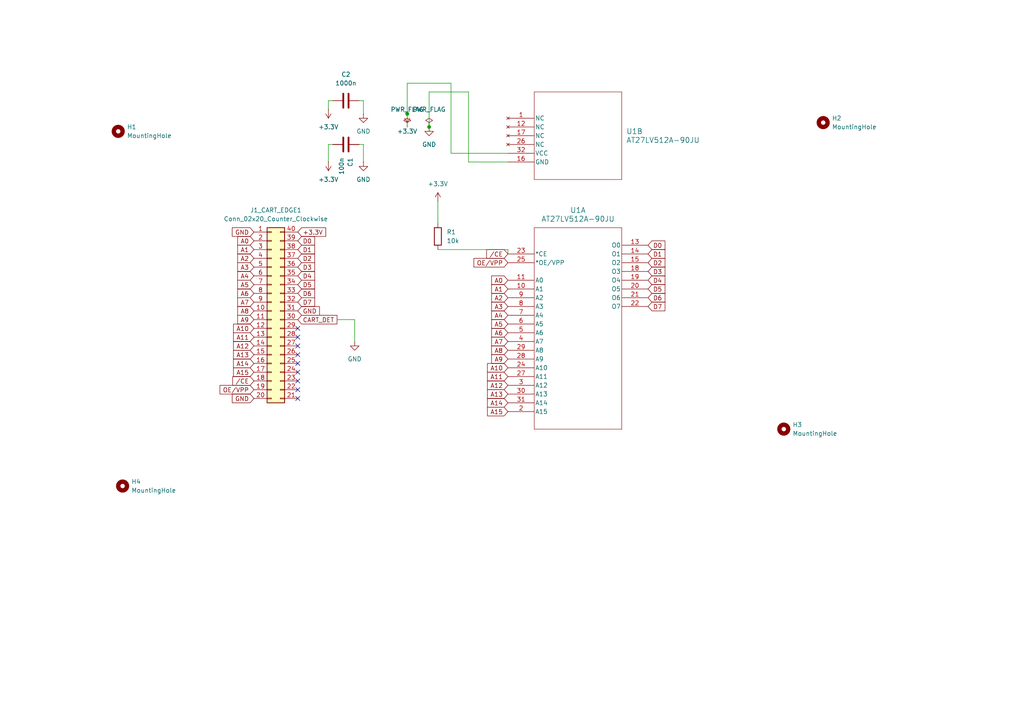
<source format=kicad_sch>
(kicad_sch
	(version 20250114)
	(generator "eeschema")
	(generator_version "9.0")
	(uuid "ffd43c2e-12a9-4c24-8fba-55985019b536")
	(paper "A4")
	(lib_symbols
		(symbol "Connector_Generic:Conn_02x20_Counter_Clockwise"
			(pin_names
				(offset 1.016)
				(hide yes)
			)
			(exclude_from_sim no)
			(in_bom yes)
			(on_board yes)
			(property "Reference" "J"
				(at 1.27 25.4 0)
				(effects
					(font
						(size 1.27 1.27)
					)
				)
			)
			(property "Value" "Conn_02x20_Counter_Clockwise"
				(at 1.27 -27.94 0)
				(effects
					(font
						(size 1.27 1.27)
					)
				)
			)
			(property "Footprint" ""
				(at 0 0 0)
				(effects
					(font
						(size 1.27 1.27)
					)
					(hide yes)
				)
			)
			(property "Datasheet" "~"
				(at 0 0 0)
				(effects
					(font
						(size 1.27 1.27)
					)
					(hide yes)
				)
			)
			(property "Description" "Generic connector, double row, 02x20, counter clockwise pin numbering scheme (similar to DIP package numbering), script generated (kicad-library-utils/schlib/autogen/connector/)"
				(at 0 0 0)
				(effects
					(font
						(size 1.27 1.27)
					)
					(hide yes)
				)
			)
			(property "ki_keywords" "connector"
				(at 0 0 0)
				(effects
					(font
						(size 1.27 1.27)
					)
					(hide yes)
				)
			)
			(property "ki_fp_filters" "Connector*:*_2x??_*"
				(at 0 0 0)
				(effects
					(font
						(size 1.27 1.27)
					)
					(hide yes)
				)
			)
			(symbol "Conn_02x20_Counter_Clockwise_1_1"
				(rectangle
					(start -1.27 24.13)
					(end 3.81 -26.67)
					(stroke
						(width 0.254)
						(type default)
					)
					(fill
						(type background)
					)
				)
				(rectangle
					(start -1.27 22.987)
					(end 0 22.733)
					(stroke
						(width 0.1524)
						(type default)
					)
					(fill
						(type none)
					)
				)
				(rectangle
					(start -1.27 20.447)
					(end 0 20.193)
					(stroke
						(width 0.1524)
						(type default)
					)
					(fill
						(type none)
					)
				)
				(rectangle
					(start -1.27 17.907)
					(end 0 17.653)
					(stroke
						(width 0.1524)
						(type default)
					)
					(fill
						(type none)
					)
				)
				(rectangle
					(start -1.27 15.367)
					(end 0 15.113)
					(stroke
						(width 0.1524)
						(type default)
					)
					(fill
						(type none)
					)
				)
				(rectangle
					(start -1.27 12.827)
					(end 0 12.573)
					(stroke
						(width 0.1524)
						(type default)
					)
					(fill
						(type none)
					)
				)
				(rectangle
					(start -1.27 10.287)
					(end 0 10.033)
					(stroke
						(width 0.1524)
						(type default)
					)
					(fill
						(type none)
					)
				)
				(rectangle
					(start -1.27 7.747)
					(end 0 7.493)
					(stroke
						(width 0.1524)
						(type default)
					)
					(fill
						(type none)
					)
				)
				(rectangle
					(start -1.27 5.207)
					(end 0 4.953)
					(stroke
						(width 0.1524)
						(type default)
					)
					(fill
						(type none)
					)
				)
				(rectangle
					(start -1.27 2.667)
					(end 0 2.413)
					(stroke
						(width 0.1524)
						(type default)
					)
					(fill
						(type none)
					)
				)
				(rectangle
					(start -1.27 0.127)
					(end 0 -0.127)
					(stroke
						(width 0.1524)
						(type default)
					)
					(fill
						(type none)
					)
				)
				(rectangle
					(start -1.27 -2.413)
					(end 0 -2.667)
					(stroke
						(width 0.1524)
						(type default)
					)
					(fill
						(type none)
					)
				)
				(rectangle
					(start -1.27 -4.953)
					(end 0 -5.207)
					(stroke
						(width 0.1524)
						(type default)
					)
					(fill
						(type none)
					)
				)
				(rectangle
					(start -1.27 -7.493)
					(end 0 -7.747)
					(stroke
						(width 0.1524)
						(type default)
					)
					(fill
						(type none)
					)
				)
				(rectangle
					(start -1.27 -10.033)
					(end 0 -10.287)
					(stroke
						(width 0.1524)
						(type default)
					)
					(fill
						(type none)
					)
				)
				(rectangle
					(start -1.27 -12.573)
					(end 0 -12.827)
					(stroke
						(width 0.1524)
						(type default)
					)
					(fill
						(type none)
					)
				)
				(rectangle
					(start -1.27 -15.113)
					(end 0 -15.367)
					(stroke
						(width 0.1524)
						(type default)
					)
					(fill
						(type none)
					)
				)
				(rectangle
					(start -1.27 -17.653)
					(end 0 -17.907)
					(stroke
						(width 0.1524)
						(type default)
					)
					(fill
						(type none)
					)
				)
				(rectangle
					(start -1.27 -20.193)
					(end 0 -20.447)
					(stroke
						(width 0.1524)
						(type default)
					)
					(fill
						(type none)
					)
				)
				(rectangle
					(start -1.27 -22.733)
					(end 0 -22.987)
					(stroke
						(width 0.1524)
						(type default)
					)
					(fill
						(type none)
					)
				)
				(rectangle
					(start -1.27 -25.273)
					(end 0 -25.527)
					(stroke
						(width 0.1524)
						(type default)
					)
					(fill
						(type none)
					)
				)
				(rectangle
					(start 3.81 22.987)
					(end 2.54 22.733)
					(stroke
						(width 0.1524)
						(type default)
					)
					(fill
						(type none)
					)
				)
				(rectangle
					(start 3.81 20.447)
					(end 2.54 20.193)
					(stroke
						(width 0.1524)
						(type default)
					)
					(fill
						(type none)
					)
				)
				(rectangle
					(start 3.81 17.907)
					(end 2.54 17.653)
					(stroke
						(width 0.1524)
						(type default)
					)
					(fill
						(type none)
					)
				)
				(rectangle
					(start 3.81 15.367)
					(end 2.54 15.113)
					(stroke
						(width 0.1524)
						(type default)
					)
					(fill
						(type none)
					)
				)
				(rectangle
					(start 3.81 12.827)
					(end 2.54 12.573)
					(stroke
						(width 0.1524)
						(type default)
					)
					(fill
						(type none)
					)
				)
				(rectangle
					(start 3.81 10.287)
					(end 2.54 10.033)
					(stroke
						(width 0.1524)
						(type default)
					)
					(fill
						(type none)
					)
				)
				(rectangle
					(start 3.81 7.747)
					(end 2.54 7.493)
					(stroke
						(width 0.1524)
						(type default)
					)
					(fill
						(type none)
					)
				)
				(rectangle
					(start 3.81 5.207)
					(end 2.54 4.953)
					(stroke
						(width 0.1524)
						(type default)
					)
					(fill
						(type none)
					)
				)
				(rectangle
					(start 3.81 2.667)
					(end 2.54 2.413)
					(stroke
						(width 0.1524)
						(type default)
					)
					(fill
						(type none)
					)
				)
				(rectangle
					(start 3.81 0.127)
					(end 2.54 -0.127)
					(stroke
						(width 0.1524)
						(type default)
					)
					(fill
						(type none)
					)
				)
				(rectangle
					(start 3.81 -2.413)
					(end 2.54 -2.667)
					(stroke
						(width 0.1524)
						(type default)
					)
					(fill
						(type none)
					)
				)
				(rectangle
					(start 3.81 -4.953)
					(end 2.54 -5.207)
					(stroke
						(width 0.1524)
						(type default)
					)
					(fill
						(type none)
					)
				)
				(rectangle
					(start 3.81 -7.493)
					(end 2.54 -7.747)
					(stroke
						(width 0.1524)
						(type default)
					)
					(fill
						(type none)
					)
				)
				(rectangle
					(start 3.81 -10.033)
					(end 2.54 -10.287)
					(stroke
						(width 0.1524)
						(type default)
					)
					(fill
						(type none)
					)
				)
				(rectangle
					(start 3.81 -12.573)
					(end 2.54 -12.827)
					(stroke
						(width 0.1524)
						(type default)
					)
					(fill
						(type none)
					)
				)
				(rectangle
					(start 3.81 -15.113)
					(end 2.54 -15.367)
					(stroke
						(width 0.1524)
						(type default)
					)
					(fill
						(type none)
					)
				)
				(rectangle
					(start 3.81 -17.653)
					(end 2.54 -17.907)
					(stroke
						(width 0.1524)
						(type default)
					)
					(fill
						(type none)
					)
				)
				(rectangle
					(start 3.81 -20.193)
					(end 2.54 -20.447)
					(stroke
						(width 0.1524)
						(type default)
					)
					(fill
						(type none)
					)
				)
				(rectangle
					(start 3.81 -22.733)
					(end 2.54 -22.987)
					(stroke
						(width 0.1524)
						(type default)
					)
					(fill
						(type none)
					)
				)
				(rectangle
					(start 3.81 -25.273)
					(end 2.54 -25.527)
					(stroke
						(width 0.1524)
						(type default)
					)
					(fill
						(type none)
					)
				)
				(pin passive line
					(at -5.08 22.86 0)
					(length 3.81)
					(name "Pin_1"
						(effects
							(font
								(size 1.27 1.27)
							)
						)
					)
					(number "1"
						(effects
							(font
								(size 1.27 1.27)
							)
						)
					)
				)
				(pin passive line
					(at -5.08 20.32 0)
					(length 3.81)
					(name "Pin_2"
						(effects
							(font
								(size 1.27 1.27)
							)
						)
					)
					(number "2"
						(effects
							(font
								(size 1.27 1.27)
							)
						)
					)
				)
				(pin passive line
					(at -5.08 17.78 0)
					(length 3.81)
					(name "Pin_3"
						(effects
							(font
								(size 1.27 1.27)
							)
						)
					)
					(number "3"
						(effects
							(font
								(size 1.27 1.27)
							)
						)
					)
				)
				(pin passive line
					(at -5.08 15.24 0)
					(length 3.81)
					(name "Pin_4"
						(effects
							(font
								(size 1.27 1.27)
							)
						)
					)
					(number "4"
						(effects
							(font
								(size 1.27 1.27)
							)
						)
					)
				)
				(pin passive line
					(at -5.08 12.7 0)
					(length 3.81)
					(name "Pin_5"
						(effects
							(font
								(size 1.27 1.27)
							)
						)
					)
					(number "5"
						(effects
							(font
								(size 1.27 1.27)
							)
						)
					)
				)
				(pin passive line
					(at -5.08 10.16 0)
					(length 3.81)
					(name "Pin_6"
						(effects
							(font
								(size 1.27 1.27)
							)
						)
					)
					(number "6"
						(effects
							(font
								(size 1.27 1.27)
							)
						)
					)
				)
				(pin passive line
					(at -5.08 7.62 0)
					(length 3.81)
					(name "Pin_7"
						(effects
							(font
								(size 1.27 1.27)
							)
						)
					)
					(number "7"
						(effects
							(font
								(size 1.27 1.27)
							)
						)
					)
				)
				(pin passive line
					(at -5.08 5.08 0)
					(length 3.81)
					(name "Pin_8"
						(effects
							(font
								(size 1.27 1.27)
							)
						)
					)
					(number "8"
						(effects
							(font
								(size 1.27 1.27)
							)
						)
					)
				)
				(pin passive line
					(at -5.08 2.54 0)
					(length 3.81)
					(name "Pin_9"
						(effects
							(font
								(size 1.27 1.27)
							)
						)
					)
					(number "9"
						(effects
							(font
								(size 1.27 1.27)
							)
						)
					)
				)
				(pin passive line
					(at -5.08 0 0)
					(length 3.81)
					(name "Pin_10"
						(effects
							(font
								(size 1.27 1.27)
							)
						)
					)
					(number "10"
						(effects
							(font
								(size 1.27 1.27)
							)
						)
					)
				)
				(pin passive line
					(at -5.08 -2.54 0)
					(length 3.81)
					(name "Pin_11"
						(effects
							(font
								(size 1.27 1.27)
							)
						)
					)
					(number "11"
						(effects
							(font
								(size 1.27 1.27)
							)
						)
					)
				)
				(pin passive line
					(at -5.08 -5.08 0)
					(length 3.81)
					(name "Pin_12"
						(effects
							(font
								(size 1.27 1.27)
							)
						)
					)
					(number "12"
						(effects
							(font
								(size 1.27 1.27)
							)
						)
					)
				)
				(pin passive line
					(at -5.08 -7.62 0)
					(length 3.81)
					(name "Pin_13"
						(effects
							(font
								(size 1.27 1.27)
							)
						)
					)
					(number "13"
						(effects
							(font
								(size 1.27 1.27)
							)
						)
					)
				)
				(pin passive line
					(at -5.08 -10.16 0)
					(length 3.81)
					(name "Pin_14"
						(effects
							(font
								(size 1.27 1.27)
							)
						)
					)
					(number "14"
						(effects
							(font
								(size 1.27 1.27)
							)
						)
					)
				)
				(pin passive line
					(at -5.08 -12.7 0)
					(length 3.81)
					(name "Pin_15"
						(effects
							(font
								(size 1.27 1.27)
							)
						)
					)
					(number "15"
						(effects
							(font
								(size 1.27 1.27)
							)
						)
					)
				)
				(pin passive line
					(at -5.08 -15.24 0)
					(length 3.81)
					(name "Pin_16"
						(effects
							(font
								(size 1.27 1.27)
							)
						)
					)
					(number "16"
						(effects
							(font
								(size 1.27 1.27)
							)
						)
					)
				)
				(pin passive line
					(at -5.08 -17.78 0)
					(length 3.81)
					(name "Pin_17"
						(effects
							(font
								(size 1.27 1.27)
							)
						)
					)
					(number "17"
						(effects
							(font
								(size 1.27 1.27)
							)
						)
					)
				)
				(pin passive line
					(at -5.08 -20.32 0)
					(length 3.81)
					(name "Pin_18"
						(effects
							(font
								(size 1.27 1.27)
							)
						)
					)
					(number "18"
						(effects
							(font
								(size 1.27 1.27)
							)
						)
					)
				)
				(pin passive line
					(at -5.08 -22.86 0)
					(length 3.81)
					(name "Pin_19"
						(effects
							(font
								(size 1.27 1.27)
							)
						)
					)
					(number "19"
						(effects
							(font
								(size 1.27 1.27)
							)
						)
					)
				)
				(pin passive line
					(at -5.08 -25.4 0)
					(length 3.81)
					(name "Pin_20"
						(effects
							(font
								(size 1.27 1.27)
							)
						)
					)
					(number "20"
						(effects
							(font
								(size 1.27 1.27)
							)
						)
					)
				)
				(pin passive line
					(at 7.62 22.86 180)
					(length 3.81)
					(name "Pin_40"
						(effects
							(font
								(size 1.27 1.27)
							)
						)
					)
					(number "40"
						(effects
							(font
								(size 1.27 1.27)
							)
						)
					)
				)
				(pin passive line
					(at 7.62 20.32 180)
					(length 3.81)
					(name "Pin_39"
						(effects
							(font
								(size 1.27 1.27)
							)
						)
					)
					(number "39"
						(effects
							(font
								(size 1.27 1.27)
							)
						)
					)
				)
				(pin passive line
					(at 7.62 17.78 180)
					(length 3.81)
					(name "Pin_38"
						(effects
							(font
								(size 1.27 1.27)
							)
						)
					)
					(number "38"
						(effects
							(font
								(size 1.27 1.27)
							)
						)
					)
				)
				(pin passive line
					(at 7.62 15.24 180)
					(length 3.81)
					(name "Pin_37"
						(effects
							(font
								(size 1.27 1.27)
							)
						)
					)
					(number "37"
						(effects
							(font
								(size 1.27 1.27)
							)
						)
					)
				)
				(pin passive line
					(at 7.62 12.7 180)
					(length 3.81)
					(name "Pin_36"
						(effects
							(font
								(size 1.27 1.27)
							)
						)
					)
					(number "36"
						(effects
							(font
								(size 1.27 1.27)
							)
						)
					)
				)
				(pin passive line
					(at 7.62 10.16 180)
					(length 3.81)
					(name "Pin_35"
						(effects
							(font
								(size 1.27 1.27)
							)
						)
					)
					(number "35"
						(effects
							(font
								(size 1.27 1.27)
							)
						)
					)
				)
				(pin passive line
					(at 7.62 7.62 180)
					(length 3.81)
					(name "Pin_34"
						(effects
							(font
								(size 1.27 1.27)
							)
						)
					)
					(number "34"
						(effects
							(font
								(size 1.27 1.27)
							)
						)
					)
				)
				(pin passive line
					(at 7.62 5.08 180)
					(length 3.81)
					(name "Pin_33"
						(effects
							(font
								(size 1.27 1.27)
							)
						)
					)
					(number "33"
						(effects
							(font
								(size 1.27 1.27)
							)
						)
					)
				)
				(pin passive line
					(at 7.62 2.54 180)
					(length 3.81)
					(name "Pin_32"
						(effects
							(font
								(size 1.27 1.27)
							)
						)
					)
					(number "32"
						(effects
							(font
								(size 1.27 1.27)
							)
						)
					)
				)
				(pin passive line
					(at 7.62 0 180)
					(length 3.81)
					(name "Pin_31"
						(effects
							(font
								(size 1.27 1.27)
							)
						)
					)
					(number "31"
						(effects
							(font
								(size 1.27 1.27)
							)
						)
					)
				)
				(pin passive line
					(at 7.62 -2.54 180)
					(length 3.81)
					(name "Pin_30"
						(effects
							(font
								(size 1.27 1.27)
							)
						)
					)
					(number "30"
						(effects
							(font
								(size 1.27 1.27)
							)
						)
					)
				)
				(pin passive line
					(at 7.62 -5.08 180)
					(length 3.81)
					(name "Pin_29"
						(effects
							(font
								(size 1.27 1.27)
							)
						)
					)
					(number "29"
						(effects
							(font
								(size 1.27 1.27)
							)
						)
					)
				)
				(pin passive line
					(at 7.62 -7.62 180)
					(length 3.81)
					(name "Pin_28"
						(effects
							(font
								(size 1.27 1.27)
							)
						)
					)
					(number "28"
						(effects
							(font
								(size 1.27 1.27)
							)
						)
					)
				)
				(pin passive line
					(at 7.62 -10.16 180)
					(length 3.81)
					(name "Pin_27"
						(effects
							(font
								(size 1.27 1.27)
							)
						)
					)
					(number "27"
						(effects
							(font
								(size 1.27 1.27)
							)
						)
					)
				)
				(pin passive line
					(at 7.62 -12.7 180)
					(length 3.81)
					(name "Pin_26"
						(effects
							(font
								(size 1.27 1.27)
							)
						)
					)
					(number "26"
						(effects
							(font
								(size 1.27 1.27)
							)
						)
					)
				)
				(pin passive line
					(at 7.62 -15.24 180)
					(length 3.81)
					(name "Pin_25"
						(effects
							(font
								(size 1.27 1.27)
							)
						)
					)
					(number "25"
						(effects
							(font
								(size 1.27 1.27)
							)
						)
					)
				)
				(pin passive line
					(at 7.62 -17.78 180)
					(length 3.81)
					(name "Pin_24"
						(effects
							(font
								(size 1.27 1.27)
							)
						)
					)
					(number "24"
						(effects
							(font
								(size 1.27 1.27)
							)
						)
					)
				)
				(pin passive line
					(at 7.62 -20.32 180)
					(length 3.81)
					(name "Pin_23"
						(effects
							(font
								(size 1.27 1.27)
							)
						)
					)
					(number "23"
						(effects
							(font
								(size 1.27 1.27)
							)
						)
					)
				)
				(pin passive line
					(at 7.62 -22.86 180)
					(length 3.81)
					(name "Pin_22"
						(effects
							(font
								(size 1.27 1.27)
							)
						)
					)
					(number "22"
						(effects
							(font
								(size 1.27 1.27)
							)
						)
					)
				)
				(pin passive line
					(at 7.62 -25.4 180)
					(length 3.81)
					(name "Pin_21"
						(effects
							(font
								(size 1.27 1.27)
							)
						)
					)
					(number "21"
						(effects
							(font
								(size 1.27 1.27)
							)
						)
					)
				)
			)
			(embedded_fonts no)
		)
		(symbol "Device:C"
			(pin_numbers
				(hide yes)
			)
			(pin_names
				(offset 0.254)
			)
			(exclude_from_sim no)
			(in_bom yes)
			(on_board yes)
			(property "Reference" "C"
				(at 0.635 2.54 0)
				(effects
					(font
						(size 1.27 1.27)
					)
					(justify left)
				)
			)
			(property "Value" "C"
				(at 0.635 -2.54 0)
				(effects
					(font
						(size 1.27 1.27)
					)
					(justify left)
				)
			)
			(property "Footprint" ""
				(at 0.9652 -3.81 0)
				(effects
					(font
						(size 1.27 1.27)
					)
					(hide yes)
				)
			)
			(property "Datasheet" "~"
				(at 0 0 0)
				(effects
					(font
						(size 1.27 1.27)
					)
					(hide yes)
				)
			)
			(property "Description" "Unpolarized capacitor"
				(at 0 0 0)
				(effects
					(font
						(size 1.27 1.27)
					)
					(hide yes)
				)
			)
			(property "ki_keywords" "cap capacitor"
				(at 0 0 0)
				(effects
					(font
						(size 1.27 1.27)
					)
					(hide yes)
				)
			)
			(property "ki_fp_filters" "C_*"
				(at 0 0 0)
				(effects
					(font
						(size 1.27 1.27)
					)
					(hide yes)
				)
			)
			(symbol "C_0_1"
				(polyline
					(pts
						(xy -2.032 0.762) (xy 2.032 0.762)
					)
					(stroke
						(width 0.508)
						(type default)
					)
					(fill
						(type none)
					)
				)
				(polyline
					(pts
						(xy -2.032 -0.762) (xy 2.032 -0.762)
					)
					(stroke
						(width 0.508)
						(type default)
					)
					(fill
						(type none)
					)
				)
			)
			(symbol "C_1_1"
				(pin passive line
					(at 0 3.81 270)
					(length 2.794)
					(name "~"
						(effects
							(font
								(size 1.27 1.27)
							)
						)
					)
					(number "1"
						(effects
							(font
								(size 1.27 1.27)
							)
						)
					)
				)
				(pin passive line
					(at 0 -3.81 90)
					(length 2.794)
					(name "~"
						(effects
							(font
								(size 1.27 1.27)
							)
						)
					)
					(number "2"
						(effects
							(font
								(size 1.27 1.27)
							)
						)
					)
				)
			)
			(embedded_fonts no)
		)
		(symbol "Device:R"
			(pin_numbers
				(hide yes)
			)
			(pin_names
				(offset 0)
			)
			(exclude_from_sim no)
			(in_bom yes)
			(on_board yes)
			(property "Reference" "R"
				(at 2.032 0 90)
				(effects
					(font
						(size 1.27 1.27)
					)
				)
			)
			(property "Value" "R"
				(at 0 0 90)
				(effects
					(font
						(size 1.27 1.27)
					)
				)
			)
			(property "Footprint" ""
				(at -1.778 0 90)
				(effects
					(font
						(size 1.27 1.27)
					)
					(hide yes)
				)
			)
			(property "Datasheet" "~"
				(at 0 0 0)
				(effects
					(font
						(size 1.27 1.27)
					)
					(hide yes)
				)
			)
			(property "Description" "Resistor"
				(at 0 0 0)
				(effects
					(font
						(size 1.27 1.27)
					)
					(hide yes)
				)
			)
			(property "ki_keywords" "R res resistor"
				(at 0 0 0)
				(effects
					(font
						(size 1.27 1.27)
					)
					(hide yes)
				)
			)
			(property "ki_fp_filters" "R_*"
				(at 0 0 0)
				(effects
					(font
						(size 1.27 1.27)
					)
					(hide yes)
				)
			)
			(symbol "R_0_1"
				(rectangle
					(start -1.016 -2.54)
					(end 1.016 2.54)
					(stroke
						(width 0.254)
						(type default)
					)
					(fill
						(type none)
					)
				)
			)
			(symbol "R_1_1"
				(pin passive line
					(at 0 3.81 270)
					(length 1.27)
					(name "~"
						(effects
							(font
								(size 1.27 1.27)
							)
						)
					)
					(number "1"
						(effects
							(font
								(size 1.27 1.27)
							)
						)
					)
				)
				(pin passive line
					(at 0 -3.81 90)
					(length 1.27)
					(name "~"
						(effects
							(font
								(size 1.27 1.27)
							)
						)
					)
					(number "2"
						(effects
							(font
								(size 1.27 1.27)
							)
						)
					)
				)
			)
			(embedded_fonts no)
		)
		(symbol "EPROM CHIP:AT27LV512A-90JU"
			(pin_names
				(offset 0.254)
			)
			(exclude_from_sim no)
			(in_bom yes)
			(on_board yes)
			(property "Reference" "U"
				(at 20.32 12.7 0)
				(effects
					(font
						(size 1.524 1.524)
					)
				)
			)
			(property "Value" "AT27LV512A-90JU"
				(at 20.32 10.16 0)
				(effects
					(font
						(size 1.524 1.524)
					)
				)
			)
			(property "Footprint" "32J_ATM"
				(at 0 0 0)
				(effects
					(font
						(size 1.27 1.27)
						(italic yes)
					)
					(hide yes)
				)
			)
			(property "Datasheet" "AT27LV512A-90JU"
				(at 0 0 0)
				(effects
					(font
						(size 1.27 1.27)
						(italic yes)
					)
					(hide yes)
				)
			)
			(property "Description" ""
				(at 0 0 0)
				(effects
					(font
						(size 1.27 1.27)
					)
					(hide yes)
				)
			)
			(property "ki_locked" ""
				(at 0 0 0)
				(effects
					(font
						(size 1.27 1.27)
					)
				)
			)
			(property "ki_keywords" "AT27LV512A-90JU"
				(at 0 0 0)
				(effects
					(font
						(size 1.27 1.27)
					)
					(hide yes)
				)
			)
			(property "ki_fp_filters" "32J_ATM 32J_ATM-M 32J_ATM-L"
				(at 0 0 0)
				(effects
					(font
						(size 1.27 1.27)
					)
					(hide yes)
				)
			)
			(symbol "AT27LV512A-90JU_1_1"
				(polyline
					(pts
						(xy 7.62 7.62) (xy 7.62 -50.8)
					)
					(stroke
						(width 0.127)
						(type default)
					)
					(fill
						(type none)
					)
				)
				(polyline
					(pts
						(xy 7.62 -50.8) (xy 33.02 -50.8)
					)
					(stroke
						(width 0.127)
						(type default)
					)
					(fill
						(type none)
					)
				)
				(polyline
					(pts
						(xy 33.02 7.62) (xy 7.62 7.62)
					)
					(stroke
						(width 0.127)
						(type default)
					)
					(fill
						(type none)
					)
				)
				(polyline
					(pts
						(xy 33.02 -50.8) (xy 33.02 7.62)
					)
					(stroke
						(width 0.127)
						(type default)
					)
					(fill
						(type none)
					)
				)
				(pin unspecified line
					(at 0 0 0)
					(length 7.62)
					(name "*CE"
						(effects
							(font
								(size 1.27 1.27)
							)
						)
					)
					(number "23"
						(effects
							(font
								(size 1.27 1.27)
							)
						)
					)
				)
				(pin bidirectional line
					(at 0 -2.54 0)
					(length 7.62)
					(name "*OE/VPP"
						(effects
							(font
								(size 1.27 1.27)
							)
						)
					)
					(number "25"
						(effects
							(font
								(size 1.27 1.27)
							)
						)
					)
				)
				(pin unspecified line
					(at 0 -7.62 0)
					(length 7.62)
					(name "A0"
						(effects
							(font
								(size 1.27 1.27)
							)
						)
					)
					(number "11"
						(effects
							(font
								(size 1.27 1.27)
							)
						)
					)
				)
				(pin unspecified line
					(at 0 -10.16 0)
					(length 7.62)
					(name "A1"
						(effects
							(font
								(size 1.27 1.27)
							)
						)
					)
					(number "10"
						(effects
							(font
								(size 1.27 1.27)
							)
						)
					)
				)
				(pin unspecified line
					(at 0 -12.7 0)
					(length 7.62)
					(name "A2"
						(effects
							(font
								(size 1.27 1.27)
							)
						)
					)
					(number "9"
						(effects
							(font
								(size 1.27 1.27)
							)
						)
					)
				)
				(pin unspecified line
					(at 0 -15.24 0)
					(length 7.62)
					(name "A3"
						(effects
							(font
								(size 1.27 1.27)
							)
						)
					)
					(number "8"
						(effects
							(font
								(size 1.27 1.27)
							)
						)
					)
				)
				(pin unspecified line
					(at 0 -17.78 0)
					(length 7.62)
					(name "A4"
						(effects
							(font
								(size 1.27 1.27)
							)
						)
					)
					(number "7"
						(effects
							(font
								(size 1.27 1.27)
							)
						)
					)
				)
				(pin unspecified line
					(at 0 -20.32 0)
					(length 7.62)
					(name "A5"
						(effects
							(font
								(size 1.27 1.27)
							)
						)
					)
					(number "6"
						(effects
							(font
								(size 1.27 1.27)
							)
						)
					)
				)
				(pin unspecified line
					(at 0 -22.86 0)
					(length 7.62)
					(name "A6"
						(effects
							(font
								(size 1.27 1.27)
							)
						)
					)
					(number "5"
						(effects
							(font
								(size 1.27 1.27)
							)
						)
					)
				)
				(pin unspecified line
					(at 0 -25.4 0)
					(length 7.62)
					(name "A7"
						(effects
							(font
								(size 1.27 1.27)
							)
						)
					)
					(number "4"
						(effects
							(font
								(size 1.27 1.27)
							)
						)
					)
				)
				(pin unspecified line
					(at 0 -27.94 0)
					(length 7.62)
					(name "A8"
						(effects
							(font
								(size 1.27 1.27)
							)
						)
					)
					(number "29"
						(effects
							(font
								(size 1.27 1.27)
							)
						)
					)
				)
				(pin unspecified line
					(at 0 -30.48 0)
					(length 7.62)
					(name "A9"
						(effects
							(font
								(size 1.27 1.27)
							)
						)
					)
					(number "28"
						(effects
							(font
								(size 1.27 1.27)
							)
						)
					)
				)
				(pin unspecified line
					(at 0 -33.02 0)
					(length 7.62)
					(name "A10"
						(effects
							(font
								(size 1.27 1.27)
							)
						)
					)
					(number "24"
						(effects
							(font
								(size 1.27 1.27)
							)
						)
					)
				)
				(pin unspecified line
					(at 0 -35.56 0)
					(length 7.62)
					(name "A11"
						(effects
							(font
								(size 1.27 1.27)
							)
						)
					)
					(number "27"
						(effects
							(font
								(size 1.27 1.27)
							)
						)
					)
				)
				(pin unspecified line
					(at 0 -38.1 0)
					(length 7.62)
					(name "A12"
						(effects
							(font
								(size 1.27 1.27)
							)
						)
					)
					(number "3"
						(effects
							(font
								(size 1.27 1.27)
							)
						)
					)
				)
				(pin unspecified line
					(at 0 -40.64 0)
					(length 7.62)
					(name "A13"
						(effects
							(font
								(size 1.27 1.27)
							)
						)
					)
					(number "30"
						(effects
							(font
								(size 1.27 1.27)
							)
						)
					)
				)
				(pin unspecified line
					(at 0 -43.18 0)
					(length 7.62)
					(name "A14"
						(effects
							(font
								(size 1.27 1.27)
							)
						)
					)
					(number "31"
						(effects
							(font
								(size 1.27 1.27)
							)
						)
					)
				)
				(pin unspecified line
					(at 0 -45.72 0)
					(length 7.62)
					(name "A15"
						(effects
							(font
								(size 1.27 1.27)
							)
						)
					)
					(number "2"
						(effects
							(font
								(size 1.27 1.27)
							)
						)
					)
				)
				(pin output line
					(at 40.64 2.54 180)
					(length 7.62)
					(name "O0"
						(effects
							(font
								(size 1.27 1.27)
							)
						)
					)
					(number "13"
						(effects
							(font
								(size 1.27 1.27)
							)
						)
					)
				)
				(pin output line
					(at 40.64 0 180)
					(length 7.62)
					(name "O1"
						(effects
							(font
								(size 1.27 1.27)
							)
						)
					)
					(number "14"
						(effects
							(font
								(size 1.27 1.27)
							)
						)
					)
				)
				(pin output line
					(at 40.64 -2.54 180)
					(length 7.62)
					(name "O2"
						(effects
							(font
								(size 1.27 1.27)
							)
						)
					)
					(number "15"
						(effects
							(font
								(size 1.27 1.27)
							)
						)
					)
				)
				(pin output line
					(at 40.64 -5.08 180)
					(length 7.62)
					(name "O3"
						(effects
							(font
								(size 1.27 1.27)
							)
						)
					)
					(number "18"
						(effects
							(font
								(size 1.27 1.27)
							)
						)
					)
				)
				(pin output line
					(at 40.64 -7.62 180)
					(length 7.62)
					(name "O4"
						(effects
							(font
								(size 1.27 1.27)
							)
						)
					)
					(number "19"
						(effects
							(font
								(size 1.27 1.27)
							)
						)
					)
				)
				(pin output line
					(at 40.64 -10.16 180)
					(length 7.62)
					(name "O5"
						(effects
							(font
								(size 1.27 1.27)
							)
						)
					)
					(number "20"
						(effects
							(font
								(size 1.27 1.27)
							)
						)
					)
				)
				(pin output line
					(at 40.64 -12.7 180)
					(length 7.62)
					(name "O6"
						(effects
							(font
								(size 1.27 1.27)
							)
						)
					)
					(number "21"
						(effects
							(font
								(size 1.27 1.27)
							)
						)
					)
				)
				(pin output line
					(at 40.64 -15.24 180)
					(length 7.62)
					(name "O7"
						(effects
							(font
								(size 1.27 1.27)
							)
						)
					)
					(number "22"
						(effects
							(font
								(size 1.27 1.27)
							)
						)
					)
				)
			)
			(symbol "AT27LV512A-90JU_2_1"
				(polyline
					(pts
						(xy 7.62 7.62) (xy 7.62 -17.78)
					)
					(stroke
						(width 0.127)
						(type default)
					)
					(fill
						(type none)
					)
				)
				(polyline
					(pts
						(xy 7.62 -17.78) (xy 33.02 -17.78)
					)
					(stroke
						(width 0.127)
						(type default)
					)
					(fill
						(type none)
					)
				)
				(polyline
					(pts
						(xy 33.02 7.62) (xy 7.62 7.62)
					)
					(stroke
						(width 0.127)
						(type default)
					)
					(fill
						(type none)
					)
				)
				(polyline
					(pts
						(xy 33.02 -17.78) (xy 33.02 7.62)
					)
					(stroke
						(width 0.127)
						(type default)
					)
					(fill
						(type none)
					)
				)
				(pin no_connect line
					(at 0 0 0)
					(length 7.62)
					(name "NC"
						(effects
							(font
								(size 1.27 1.27)
							)
						)
					)
					(number "1"
						(effects
							(font
								(size 1.27 1.27)
							)
						)
					)
				)
				(pin no_connect line
					(at 0 -2.54 0)
					(length 7.62)
					(name "NC"
						(effects
							(font
								(size 1.27 1.27)
							)
						)
					)
					(number "12"
						(effects
							(font
								(size 1.27 1.27)
							)
						)
					)
				)
				(pin no_connect line
					(at 0 -5.08 0)
					(length 7.62)
					(name "NC"
						(effects
							(font
								(size 1.27 1.27)
							)
						)
					)
					(number "17"
						(effects
							(font
								(size 1.27 1.27)
							)
						)
					)
				)
				(pin no_connect line
					(at 0 -7.62 0)
					(length 7.62)
					(name "NC"
						(effects
							(font
								(size 1.27 1.27)
							)
						)
					)
					(number "26"
						(effects
							(font
								(size 1.27 1.27)
							)
						)
					)
				)
				(pin power_in line
					(at 0 -10.16 0)
					(length 7.62)
					(name "VCC"
						(effects
							(font
								(size 1.27 1.27)
							)
						)
					)
					(number "32"
						(effects
							(font
								(size 1.27 1.27)
							)
						)
					)
				)
				(pin power_in line
					(at 0 -12.7 0)
					(length 7.62)
					(name "GND"
						(effects
							(font
								(size 1.27 1.27)
							)
						)
					)
					(number "16"
						(effects
							(font
								(size 1.27 1.27)
							)
						)
					)
				)
			)
			(embedded_fonts no)
		)
		(symbol "Mechanical:MountingHole"
			(pin_names
				(offset 1.016)
			)
			(exclude_from_sim no)
			(in_bom no)
			(on_board yes)
			(property "Reference" "H"
				(at 0 5.08 0)
				(effects
					(font
						(size 1.27 1.27)
					)
				)
			)
			(property "Value" "MountingHole"
				(at 0 3.175 0)
				(effects
					(font
						(size 1.27 1.27)
					)
				)
			)
			(property "Footprint" ""
				(at 0 0 0)
				(effects
					(font
						(size 1.27 1.27)
					)
					(hide yes)
				)
			)
			(property "Datasheet" "~"
				(at 0 0 0)
				(effects
					(font
						(size 1.27 1.27)
					)
					(hide yes)
				)
			)
			(property "Description" "Mounting Hole without connection"
				(at 0 0 0)
				(effects
					(font
						(size 1.27 1.27)
					)
					(hide yes)
				)
			)
			(property "ki_keywords" "mounting hole"
				(at 0 0 0)
				(effects
					(font
						(size 1.27 1.27)
					)
					(hide yes)
				)
			)
			(property "ki_fp_filters" "MountingHole*"
				(at 0 0 0)
				(effects
					(font
						(size 1.27 1.27)
					)
					(hide yes)
				)
			)
			(symbol "MountingHole_0_1"
				(circle
					(center 0 0)
					(radius 1.27)
					(stroke
						(width 1.27)
						(type default)
					)
					(fill
						(type none)
					)
				)
			)
			(embedded_fonts no)
		)
		(symbol "power:+3.3V"
			(power)
			(pin_numbers
				(hide yes)
			)
			(pin_names
				(offset 0)
				(hide yes)
			)
			(exclude_from_sim no)
			(in_bom yes)
			(on_board yes)
			(property "Reference" "#PWR"
				(at 0 -3.81 0)
				(effects
					(font
						(size 1.27 1.27)
					)
					(hide yes)
				)
			)
			(property "Value" "+3.3V"
				(at 0 3.556 0)
				(effects
					(font
						(size 1.27 1.27)
					)
				)
			)
			(property "Footprint" ""
				(at 0 0 0)
				(effects
					(font
						(size 1.27 1.27)
					)
					(hide yes)
				)
			)
			(property "Datasheet" ""
				(at 0 0 0)
				(effects
					(font
						(size 1.27 1.27)
					)
					(hide yes)
				)
			)
			(property "Description" "Power symbol creates a global label with name \"+3.3V\""
				(at 0 0 0)
				(effects
					(font
						(size 1.27 1.27)
					)
					(hide yes)
				)
			)
			(property "ki_keywords" "global power"
				(at 0 0 0)
				(effects
					(font
						(size 1.27 1.27)
					)
					(hide yes)
				)
			)
			(symbol "+3.3V_0_1"
				(polyline
					(pts
						(xy -0.762 1.27) (xy 0 2.54)
					)
					(stroke
						(width 0)
						(type default)
					)
					(fill
						(type none)
					)
				)
				(polyline
					(pts
						(xy 0 2.54) (xy 0.762 1.27)
					)
					(stroke
						(width 0)
						(type default)
					)
					(fill
						(type none)
					)
				)
				(polyline
					(pts
						(xy 0 0) (xy 0 2.54)
					)
					(stroke
						(width 0)
						(type default)
					)
					(fill
						(type none)
					)
				)
			)
			(symbol "+3.3V_1_1"
				(pin power_in line
					(at 0 0 90)
					(length 0)
					(name "~"
						(effects
							(font
								(size 1.27 1.27)
							)
						)
					)
					(number "1"
						(effects
							(font
								(size 1.27 1.27)
							)
						)
					)
				)
			)
			(embedded_fonts no)
		)
		(symbol "power:GND"
			(power)
			(pin_numbers
				(hide yes)
			)
			(pin_names
				(offset 0)
				(hide yes)
			)
			(exclude_from_sim no)
			(in_bom yes)
			(on_board yes)
			(property "Reference" "#PWR"
				(at 0 -6.35 0)
				(effects
					(font
						(size 1.27 1.27)
					)
					(hide yes)
				)
			)
			(property "Value" "GND"
				(at 0 -3.81 0)
				(effects
					(font
						(size 1.27 1.27)
					)
				)
			)
			(property "Footprint" ""
				(at 0 0 0)
				(effects
					(font
						(size 1.27 1.27)
					)
					(hide yes)
				)
			)
			(property "Datasheet" ""
				(at 0 0 0)
				(effects
					(font
						(size 1.27 1.27)
					)
					(hide yes)
				)
			)
			(property "Description" "Power symbol creates a global label with name \"GND\" , ground"
				(at 0 0 0)
				(effects
					(font
						(size 1.27 1.27)
					)
					(hide yes)
				)
			)
			(property "ki_keywords" "global power"
				(at 0 0 0)
				(effects
					(font
						(size 1.27 1.27)
					)
					(hide yes)
				)
			)
			(symbol "GND_0_1"
				(polyline
					(pts
						(xy 0 0) (xy 0 -1.27) (xy 1.27 -1.27) (xy 0 -2.54) (xy -1.27 -1.27) (xy 0 -1.27)
					)
					(stroke
						(width 0)
						(type default)
					)
					(fill
						(type none)
					)
				)
			)
			(symbol "GND_1_1"
				(pin power_in line
					(at 0 0 270)
					(length 0)
					(name "~"
						(effects
							(font
								(size 1.27 1.27)
							)
						)
					)
					(number "1"
						(effects
							(font
								(size 1.27 1.27)
							)
						)
					)
				)
			)
			(embedded_fonts no)
		)
		(symbol "power:PWR_FLAG"
			(power)
			(pin_numbers
				(hide yes)
			)
			(pin_names
				(offset 0)
				(hide yes)
			)
			(exclude_from_sim no)
			(in_bom yes)
			(on_board yes)
			(property "Reference" "#FLG"
				(at 0 1.905 0)
				(effects
					(font
						(size 1.27 1.27)
					)
					(hide yes)
				)
			)
			(property "Value" "PWR_FLAG"
				(at 0 3.81 0)
				(effects
					(font
						(size 1.27 1.27)
					)
				)
			)
			(property "Footprint" ""
				(at 0 0 0)
				(effects
					(font
						(size 1.27 1.27)
					)
					(hide yes)
				)
			)
			(property "Datasheet" "~"
				(at 0 0 0)
				(effects
					(font
						(size 1.27 1.27)
					)
					(hide yes)
				)
			)
			(property "Description" "Special symbol for telling ERC where power comes from"
				(at 0 0 0)
				(effects
					(font
						(size 1.27 1.27)
					)
					(hide yes)
				)
			)
			(property "ki_keywords" "flag power"
				(at 0 0 0)
				(effects
					(font
						(size 1.27 1.27)
					)
					(hide yes)
				)
			)
			(symbol "PWR_FLAG_0_0"
				(pin power_out line
					(at 0 0 90)
					(length 0)
					(name "~"
						(effects
							(font
								(size 1.27 1.27)
							)
						)
					)
					(number "1"
						(effects
							(font
								(size 1.27 1.27)
							)
						)
					)
				)
			)
			(symbol "PWR_FLAG_0_1"
				(polyline
					(pts
						(xy 0 0) (xy 0 1.27) (xy -1.016 1.905) (xy 0 2.54) (xy 1.016 1.905) (xy 0 1.27)
					)
					(stroke
						(width 0)
						(type default)
					)
					(fill
						(type none)
					)
				)
			)
			(embedded_fonts no)
		)
	)
	(junction
		(at 118.11 33.02)
		(diameter 0)
		(color 0 0 0 0)
		(uuid "185d8673-74e4-421a-b6bf-12340d2b4480")
	)
	(junction
		(at 124.46 36.83)
		(diameter 0)
		(color 0 0 0 0)
		(uuid "656cb728-fb40-4a81-96f6-24afa1438694")
	)
	(no_connect
		(at 86.36 100.33)
		(uuid "18d61e03-0fc9-427b-a5cc-3da400fa94e6")
	)
	(no_connect
		(at 86.36 110.49)
		(uuid "22c280fe-91b3-40e3-aefd-d78d8ebd4932")
	)
	(no_connect
		(at 86.36 102.87)
		(uuid "2385c6d6-d498-4a9c-9435-0314df8a0a65")
	)
	(no_connect
		(at 86.36 105.41)
		(uuid "450bacfc-b043-472a-bf3b-f777290a18d6")
	)
	(no_connect
		(at 86.36 95.25)
		(uuid "8b67dbf7-c8fe-452a-a2c6-4a38021cb378")
	)
	(no_connect
		(at 86.36 97.79)
		(uuid "a865dc94-9a11-4f69-9b59-a68e62b025f8")
	)
	(no_connect
		(at 86.36 115.57)
		(uuid "bab31f17-cf10-44ab-87e7-3a9963d87d4c")
	)
	(no_connect
		(at 86.36 107.95)
		(uuid "c761db06-3887-4a1c-83d3-1e166ed3c790")
	)
	(no_connect
		(at 86.36 113.03)
		(uuid "d5dd7f51-d453-4f0a-b5c9-2b456f49788b")
	)
	(wire
		(pts
			(xy 95.25 29.21) (xy 95.25 31.75)
		)
		(stroke
			(width 0)
			(type default)
		)
		(uuid "04f418a1-2cda-4d5f-84f0-481b4faaa725")
	)
	(wire
		(pts
			(xy 127 72.39) (xy 147.32 72.39)
		)
		(stroke
			(width 0)
			(type default)
		)
		(uuid "0a992a2f-6204-4b18-a070-1da424e720c1")
	)
	(wire
		(pts
			(xy 118.11 33.02) (xy 118.11 24.13)
		)
		(stroke
			(width 0)
			(type default)
		)
		(uuid "1984f9c7-6f67-4a3e-93a2-ced147b8a730")
	)
	(wire
		(pts
			(xy 97.79 92.71) (xy 102.87 92.71)
		)
		(stroke
			(width 0)
			(type default)
		)
		(uuid "2f388854-3400-4210-b370-c27bcb6cbb92")
	)
	(wire
		(pts
			(xy 118.11 33.02) (xy 118.11 36.83)
		)
		(stroke
			(width 0)
			(type default)
		)
		(uuid "336affdb-a556-4643-894a-6b28775ceec4")
	)
	(wire
		(pts
			(xy 105.41 29.21) (xy 105.41 33.02)
		)
		(stroke
			(width 0)
			(type default)
		)
		(uuid "36776e3f-2e9b-4a59-97a5-ddd58decdc5b")
	)
	(wire
		(pts
			(xy 95.25 41.91) (xy 95.25 46.99)
		)
		(stroke
			(width 0)
			(type default)
		)
		(uuid "4bbe331d-a955-4507-bc58-cbaa669c6eab")
	)
	(wire
		(pts
			(xy 135.89 26.67) (xy 135.89 46.99)
		)
		(stroke
			(width 0)
			(type default)
		)
		(uuid "52bcb5db-5a4c-4163-84e4-3194dff5028f")
	)
	(wire
		(pts
			(xy 102.87 92.71) (xy 102.87 99.06)
		)
		(stroke
			(width 0)
			(type default)
		)
		(uuid "620721a5-e79e-4b8e-9476-1d50d28ab67e")
	)
	(wire
		(pts
			(xy 147.32 72.39) (xy 147.32 73.66)
		)
		(stroke
			(width 0)
			(type default)
		)
		(uuid "63068fbf-0ac1-4799-bbaf-910414cdff0b")
	)
	(wire
		(pts
			(xy 124.46 26.67) (xy 135.89 26.67)
		)
		(stroke
			(width 0)
			(type default)
		)
		(uuid "63bb0967-31b6-4ac6-8956-a08389fcae49")
	)
	(wire
		(pts
			(xy 118.11 24.13) (xy 130.81 24.13)
		)
		(stroke
			(width 0)
			(type default)
		)
		(uuid "7834df67-d212-4788-8870-74b8a77b9378")
	)
	(wire
		(pts
			(xy 135.89 46.99) (xy 147.32 46.99)
		)
		(stroke
			(width 0)
			(type default)
		)
		(uuid "7aa64e66-977b-4eaa-884b-63a8b7272da0")
	)
	(wire
		(pts
			(xy 105.41 41.91) (xy 105.41 46.99)
		)
		(stroke
			(width 0)
			(type default)
		)
		(uuid "857d0113-ce3e-4a36-ab7f-c4242e075bf1")
	)
	(wire
		(pts
			(xy 127 58.42) (xy 127 64.77)
		)
		(stroke
			(width 0)
			(type default)
		)
		(uuid "86c4b7bf-2f7d-4307-833a-8575d252b0af")
	)
	(wire
		(pts
			(xy 104.14 29.21) (xy 105.41 29.21)
		)
		(stroke
			(width 0)
			(type default)
		)
		(uuid "924166d4-9c65-428f-abf6-c4c3062b78a9")
	)
	(wire
		(pts
			(xy 130.81 24.13) (xy 130.81 44.45)
		)
		(stroke
			(width 0)
			(type default)
		)
		(uuid "926fb30f-a124-42fd-ab2e-10a3d627c177")
	)
	(wire
		(pts
			(xy 130.81 44.45) (xy 147.32 44.45)
		)
		(stroke
			(width 0)
			(type default)
		)
		(uuid "9316e6ec-376e-48ed-9216-bd343669a377")
	)
	(wire
		(pts
			(xy 124.46 36.83) (xy 124.46 26.67)
		)
		(stroke
			(width 0)
			(type default)
		)
		(uuid "a5b3a0bc-8603-4d6b-a584-994e0bebfcb0")
	)
	(wire
		(pts
			(xy 96.52 29.21) (xy 95.25 29.21)
		)
		(stroke
			(width 0)
			(type default)
		)
		(uuid "b901fe6a-30aa-4b9f-bf0a-0e9ffca7a3a0")
	)
	(wire
		(pts
			(xy 104.14 41.91) (xy 105.41 41.91)
		)
		(stroke
			(width 0)
			(type default)
		)
		(uuid "e83b8469-47c1-4b16-b296-efcac8b4dc36")
	)
	(wire
		(pts
			(xy 96.52 41.91) (xy 95.25 41.91)
		)
		(stroke
			(width 0)
			(type default)
		)
		(uuid "fb998b40-0bd8-449b-9fc3-672a39604909")
	)
	(global_label "D5"
		(shape input)
		(at 86.36 82.55 0)
		(fields_autoplaced yes)
		(effects
			(font
				(size 1.27 1.27)
			)
			(justify left)
		)
		(uuid "068ca324-7b8a-42eb-84e3-ae0e26f8e9f2")
		(property "Intersheetrefs" "${INTERSHEET_REFS}"
			(at 91.8247 82.55 0)
			(effects
				(font
					(size 1.27 1.27)
				)
				(justify left)
				(hide yes)
			)
		)
	)
	(global_label "A7"
		(shape input)
		(at 147.32 99.06 180)
		(fields_autoplaced yes)
		(effects
			(font
				(size 1.27 1.27)
			)
			(justify right)
		)
		(uuid "1c5f4da9-c899-4ced-8de7-03d34ac08ced")
		(property "Intersheetrefs" "${INTERSHEET_REFS}"
			(at 142.0367 99.06 0)
			(effects
				(font
					(size 1.27 1.27)
				)
				(justify right)
				(hide yes)
			)
		)
	)
	(global_label "D3"
		(shape input)
		(at 86.36 77.47 0)
		(fields_autoplaced yes)
		(effects
			(font
				(size 1.27 1.27)
			)
			(justify left)
		)
		(uuid "1e5d000b-48fa-45c7-bf6c-dbf497dcccf5")
		(property "Intersheetrefs" "${INTERSHEET_REFS}"
			(at 91.8247 77.47 0)
			(effects
				(font
					(size 1.27 1.27)
				)
				(justify left)
				(hide yes)
			)
		)
	)
	(global_label "A4"
		(shape input)
		(at 147.32 91.44 180)
		(fields_autoplaced yes)
		(effects
			(font
				(size 1.27 1.27)
			)
			(justify right)
		)
		(uuid "26751cd2-b71e-4ed0-8940-0b3749bb0847")
		(property "Intersheetrefs" "${INTERSHEET_REFS}"
			(at 142.0367 91.44 0)
			(effects
				(font
					(size 1.27 1.27)
				)
				(justify right)
				(hide yes)
			)
		)
	)
	(global_label "D0"
		(shape input)
		(at 187.96 71.12 0)
		(fields_autoplaced yes)
		(effects
			(font
				(size 1.27 1.27)
			)
			(justify left)
		)
		(uuid "29e7d1ef-e4bf-456b-aa70-d9a166db0c00")
		(property "Intersheetrefs" "${INTERSHEET_REFS}"
			(at 193.4247 71.12 0)
			(effects
				(font
					(size 1.27 1.27)
				)
				(justify left)
				(hide yes)
			)
		)
	)
	(global_label "A11"
		(shape input)
		(at 147.32 109.22 180)
		(fields_autoplaced yes)
		(effects
			(font
				(size 1.27 1.27)
			)
			(justify right)
		)
		(uuid "2b0deabb-1d14-4514-9c67-04652da0ecbd")
		(property "Intersheetrefs" "${INTERSHEET_REFS}"
			(at 140.8272 109.22 0)
			(effects
				(font
					(size 1.27 1.27)
				)
				(justify right)
				(hide yes)
			)
		)
	)
	(global_label "A8"
		(shape input)
		(at 147.32 101.6 180)
		(fields_autoplaced yes)
		(effects
			(font
				(size 1.27 1.27)
			)
			(justify right)
		)
		(uuid "2ba56be1-5c1f-4282-b41d-ed40a6a40d67")
		(property "Intersheetrefs" "${INTERSHEET_REFS}"
			(at 142.0367 101.6 0)
			(effects
				(font
					(size 1.27 1.27)
				)
				(justify right)
				(hide yes)
			)
		)
	)
	(global_label "D4"
		(shape input)
		(at 187.96 81.28 0)
		(fields_autoplaced yes)
		(effects
			(font
				(size 1.27 1.27)
			)
			(justify left)
		)
		(uuid "37b2cc5d-2b85-4f65-9069-74d261a47272")
		(property "Intersheetrefs" "${INTERSHEET_REFS}"
			(at 193.4247 81.28 0)
			(effects
				(font
					(size 1.27 1.27)
				)
				(justify left)
				(hide yes)
			)
		)
	)
	(global_label "A11"
		(shape input)
		(at 73.66 97.79 180)
		(fields_autoplaced yes)
		(effects
			(font
				(size 1.27 1.27)
			)
			(justify right)
		)
		(uuid "4af781e8-4e2f-43ba-8ae0-bfb015a8d893")
		(property "Intersheetrefs" "${INTERSHEET_REFS}"
			(at 67.1672 97.79 0)
			(effects
				(font
					(size 1.27 1.27)
				)
				(justify right)
				(hide yes)
			)
		)
	)
	(global_label "A0"
		(shape input)
		(at 73.66 69.85 180)
		(fields_autoplaced yes)
		(effects
			(font
				(size 1.27 1.27)
			)
			(justify right)
		)
		(uuid "4b95f324-9620-4b17-9ff5-fc1f66041c75")
		(property "Intersheetrefs" "${INTERSHEET_REFS}"
			(at 68.3767 69.85 0)
			(effects
				(font
					(size 1.27 1.27)
				)
				(justify right)
				(hide yes)
			)
		)
	)
	(global_label "OE{slash}VPP"
		(shape input)
		(at 147.32 76.2 180)
		(fields_autoplaced yes)
		(effects
			(font
				(size 1.27 1.27)
			)
			(justify right)
		)
		(uuid "4e0d6bf7-4802-4a34-876e-6412212b0eef")
		(property "Intersheetrefs" "${INTERSHEET_REFS}"
			(at 136.8962 76.2 0)
			(effects
				(font
					(size 1.27 1.27)
				)
				(justify right)
				(hide yes)
			)
		)
	)
	(global_label "D2"
		(shape input)
		(at 86.36 74.93 0)
		(fields_autoplaced yes)
		(effects
			(font
				(size 1.27 1.27)
			)
			(justify left)
		)
		(uuid "522458a8-667c-42e3-80b2-068a9fd8b45b")
		(property "Intersheetrefs" "${INTERSHEET_REFS}"
			(at 91.8247 74.93 0)
			(effects
				(font
					(size 1.27 1.27)
				)
				(justify left)
				(hide yes)
			)
		)
	)
	(global_label "D6"
		(shape input)
		(at 86.36 85.09 0)
		(fields_autoplaced yes)
		(effects
			(font
				(size 1.27 1.27)
			)
			(justify left)
		)
		(uuid "52625063-ee2e-45fc-aac2-f9da5febdaef")
		(property "Intersheetrefs" "${INTERSHEET_REFS}"
			(at 91.8247 85.09 0)
			(effects
				(font
					(size 1.27 1.27)
				)
				(justify left)
				(hide yes)
			)
		)
	)
	(global_label "A6"
		(shape input)
		(at 147.32 96.52 180)
		(fields_autoplaced yes)
		(effects
			(font
				(size 1.27 1.27)
			)
			(justify right)
		)
		(uuid "589099d1-da87-4c08-aede-6da32c3667dd")
		(property "Intersheetrefs" "${INTERSHEET_REFS}"
			(at 142.0367 96.52 0)
			(effects
				(font
					(size 1.27 1.27)
				)
				(justify right)
				(hide yes)
			)
		)
	)
	(global_label "A10"
		(shape input)
		(at 73.66 95.25 180)
		(fields_autoplaced yes)
		(effects
			(font
				(size 1.27 1.27)
			)
			(justify right)
		)
		(uuid "5acfded5-847e-4329-9b9b-a6e9a3f123eb")
		(property "Intersheetrefs" "${INTERSHEET_REFS}"
			(at 67.1672 95.25 0)
			(effects
				(font
					(size 1.27 1.27)
				)
				(justify right)
				(hide yes)
			)
		)
	)
	(global_label "A10"
		(shape input)
		(at 147.32 106.68 180)
		(fields_autoplaced yes)
		(effects
			(font
				(size 1.27 1.27)
			)
			(justify right)
		)
		(uuid "5b093de3-17ad-42d3-878b-5b74b018cc5e")
		(property "Intersheetrefs" "${INTERSHEET_REFS}"
			(at 140.8272 106.68 0)
			(effects
				(font
					(size 1.27 1.27)
				)
				(justify right)
				(hide yes)
			)
		)
	)
	(global_label "D1"
		(shape input)
		(at 187.96 73.66 0)
		(fields_autoplaced yes)
		(effects
			(font
				(size 1.27 1.27)
			)
			(justify left)
		)
		(uuid "5d770e44-1a36-4a92-8f8e-471766438e1f")
		(property "Intersheetrefs" "${INTERSHEET_REFS}"
			(at 193.4247 73.66 0)
			(effects
				(font
					(size 1.27 1.27)
				)
				(justify left)
				(hide yes)
			)
		)
	)
	(global_label "A7"
		(shape input)
		(at 73.66 87.63 180)
		(fields_autoplaced yes)
		(effects
			(font
				(size 1.27 1.27)
			)
			(justify right)
		)
		(uuid "62ef9f77-efed-4761-8efa-1c3721f24854")
		(property "Intersheetrefs" "${INTERSHEET_REFS}"
			(at 68.3767 87.63 0)
			(effects
				(font
					(size 1.27 1.27)
				)
				(justify right)
				(hide yes)
			)
		)
	)
	(global_label "D2"
		(shape input)
		(at 187.96 76.2 0)
		(fields_autoplaced yes)
		(effects
			(font
				(size 1.27 1.27)
			)
			(justify left)
		)
		(uuid "665b2dac-fa77-45c6-8eaf-1d2cf01bdf93")
		(property "Intersheetrefs" "${INTERSHEET_REFS}"
			(at 193.4247 76.2 0)
			(effects
				(font
					(size 1.27 1.27)
				)
				(justify left)
				(hide yes)
			)
		)
	)
	(global_label "GND"
		(shape input)
		(at 73.66 115.57 180)
		(fields_autoplaced yes)
		(effects
			(font
				(size 1.27 1.27)
			)
			(justify right)
		)
		(uuid "67a20ccd-cfce-4ba2-a3db-f0605c69d194")
		(property "Intersheetrefs" "${INTERSHEET_REFS}"
			(at 66.8043 115.57 0)
			(effects
				(font
					(size 1.27 1.27)
				)
				(justify right)
				(hide yes)
			)
		)
	)
	(global_label "A0"
		(shape input)
		(at 147.32 81.28 180)
		(fields_autoplaced yes)
		(effects
			(font
				(size 1.27 1.27)
			)
			(justify right)
		)
		(uuid "68471e12-1b47-40a1-8288-6e4e6496946a")
		(property "Intersheetrefs" "${INTERSHEET_REFS}"
			(at 142.0367 81.28 0)
			(effects
				(font
					(size 1.27 1.27)
				)
				(justify right)
				(hide yes)
			)
		)
	)
	(global_label "A9"
		(shape input)
		(at 73.66 92.71 180)
		(fields_autoplaced yes)
		(effects
			(font
				(size 1.27 1.27)
			)
			(justify right)
		)
		(uuid "6e624459-4c78-414f-8013-04530d059a18")
		(property "Intersheetrefs" "${INTERSHEET_REFS}"
			(at 68.3767 92.71 0)
			(effects
				(font
					(size 1.27 1.27)
				)
				(justify right)
				(hide yes)
			)
		)
	)
	(global_label "A1"
		(shape input)
		(at 147.32 83.82 180)
		(fields_autoplaced yes)
		(effects
			(font
				(size 1.27 1.27)
			)
			(justify right)
		)
		(uuid "6eb3b15e-a11c-4794-815a-965bb9bc4d03")
		(property "Intersheetrefs" "${INTERSHEET_REFS}"
			(at 142.0367 83.82 0)
			(effects
				(font
					(size 1.27 1.27)
				)
				(justify right)
				(hide yes)
			)
		)
	)
	(global_label "A12"
		(shape input)
		(at 147.32 111.76 180)
		(fields_autoplaced yes)
		(effects
			(font
				(size 1.27 1.27)
			)
			(justify right)
		)
		(uuid "6ee74853-c84b-444d-8725-f6a4a18cb4a0")
		(property "Intersheetrefs" "${INTERSHEET_REFS}"
			(at 140.8272 111.76 0)
			(effects
				(font
					(size 1.27 1.27)
				)
				(justify right)
				(hide yes)
			)
		)
	)
	(global_label "OE{slash}VPP"
		(shape input)
		(at 73.66 113.03 180)
		(fields_autoplaced yes)
		(effects
			(font
				(size 1.27 1.27)
			)
			(justify right)
		)
		(uuid "707a8494-e9f8-47e7-9239-94c064bd42fd")
		(property "Intersheetrefs" "${INTERSHEET_REFS}"
			(at 63.2362 113.03 0)
			(effects
				(font
					(size 1.27 1.27)
				)
				(justify right)
				(hide yes)
			)
		)
	)
	(global_label "D7"
		(shape input)
		(at 86.36 87.63 0)
		(fields_autoplaced yes)
		(effects
			(font
				(size 1.27 1.27)
			)
			(justify left)
		)
		(uuid "74eb9342-0a1a-4873-b56e-d68150f7727e")
		(property "Intersheetrefs" "${INTERSHEET_REFS}"
			(at 91.8247 87.63 0)
			(effects
				(font
					(size 1.27 1.27)
				)
				(justify left)
				(hide yes)
			)
		)
	)
	(global_label "D5"
		(shape input)
		(at 187.96 83.82 0)
		(fields_autoplaced yes)
		(effects
			(font
				(size 1.27 1.27)
			)
			(justify left)
		)
		(uuid "76fae746-d6db-4993-b67e-73a6266dab2b")
		(property "Intersheetrefs" "${INTERSHEET_REFS}"
			(at 193.4247 83.82 0)
			(effects
				(font
					(size 1.27 1.27)
				)
				(justify left)
				(hide yes)
			)
		)
	)
	(global_label "CART_DET"
		(shape input)
		(at 86.36 92.71 0)
		(fields_autoplaced yes)
		(effects
			(font
				(size 1.27 1.27)
			)
			(justify left)
		)
		(uuid "78f01195-382c-4546-b61c-ac2ea5fe0664")
		(property "Intersheetrefs" "${INTERSHEET_REFS}"
			(at 98.2956 92.71 0)
			(effects
				(font
					(size 1.27 1.27)
				)
				(justify left)
				(hide yes)
			)
		)
	)
	(global_label "A14"
		(shape input)
		(at 147.32 116.84 180)
		(fields_autoplaced yes)
		(effects
			(font
				(size 1.27 1.27)
			)
			(justify right)
		)
		(uuid "7e370397-d7cf-4688-8ed6-f07a311566fd")
		(property "Intersheetrefs" "${INTERSHEET_REFS}"
			(at 140.8272 116.84 0)
			(effects
				(font
					(size 1.27 1.27)
				)
				(justify right)
				(hide yes)
			)
		)
	)
	(global_label "D1"
		(shape input)
		(at 86.36 72.39 0)
		(fields_autoplaced yes)
		(effects
			(font
				(size 1.27 1.27)
			)
			(justify left)
		)
		(uuid "8cfd162c-d190-4fa0-85ba-80ef6aeb65bb")
		(property "Intersheetrefs" "${INTERSHEET_REFS}"
			(at 91.8247 72.39 0)
			(effects
				(font
					(size 1.27 1.27)
				)
				(justify left)
				(hide yes)
			)
		)
	)
	(global_label "A4"
		(shape input)
		(at 73.66 80.01 180)
		(fields_autoplaced yes)
		(effects
			(font
				(size 1.27 1.27)
			)
			(justify right)
		)
		(uuid "8d4ad340-bf3f-45da-8ee8-5ab027b0fada")
		(property "Intersheetrefs" "${INTERSHEET_REFS}"
			(at 68.3767 80.01 0)
			(effects
				(font
					(size 1.27 1.27)
				)
				(justify right)
				(hide yes)
			)
		)
	)
	(global_label "A3"
		(shape input)
		(at 73.66 77.47 180)
		(fields_autoplaced yes)
		(effects
			(font
				(size 1.27 1.27)
			)
			(justify right)
		)
		(uuid "9d6dd4b8-fd4c-43db-92e6-7fa05595c1f1")
		(property "Intersheetrefs" "${INTERSHEET_REFS}"
			(at 68.3767 77.47 0)
			(effects
				(font
					(size 1.27 1.27)
				)
				(justify right)
				(hide yes)
			)
		)
	)
	(global_label "D4"
		(shape input)
		(at 86.36 80.01 0)
		(fields_autoplaced yes)
		(effects
			(font
				(size 1.27 1.27)
			)
			(justify left)
		)
		(uuid "a1186c7a-a703-4f30-a4ad-99d1ae575309")
		(property "Intersheetrefs" "${INTERSHEET_REFS}"
			(at 91.8247 80.01 0)
			(effects
				(font
					(size 1.27 1.27)
				)
				(justify left)
				(hide yes)
			)
		)
	)
	(global_label "A13"
		(shape input)
		(at 147.32 114.3 180)
		(fields_autoplaced yes)
		(effects
			(font
				(size 1.27 1.27)
			)
			(justify right)
		)
		(uuid "a38d772a-2a6e-4c6f-b3e6-f8821dc568e9")
		(property "Intersheetrefs" "${INTERSHEET_REFS}"
			(at 140.8272 114.3 0)
			(effects
				(font
					(size 1.27 1.27)
				)
				(justify right)
				(hide yes)
			)
		)
	)
	(global_label "A13"
		(shape input)
		(at 73.66 102.87 180)
		(fields_autoplaced yes)
		(effects
			(font
				(size 1.27 1.27)
			)
			(justify right)
		)
		(uuid "a7876797-6353-484c-827f-ff67fb26e76c")
		(property "Intersheetrefs" "${INTERSHEET_REFS}"
			(at 67.1672 102.87 0)
			(effects
				(font
					(size 1.27 1.27)
				)
				(justify right)
				(hide yes)
			)
		)
	)
	(global_label "{slash}CE"
		(shape input)
		(at 147.32 73.66 180)
		(fields_autoplaced yes)
		(effects
			(font
				(size 1.27 1.27)
			)
			(justify right)
		)
		(uuid "ab893dc3-7817-479a-9757-2902dce426fe")
		(property "Intersheetrefs" "${INTERSHEET_REFS}"
			(at 140.5853 73.66 0)
			(effects
				(font
					(size 1.27 1.27)
				)
				(justify right)
				(hide yes)
			)
		)
	)
	(global_label "A1"
		(shape input)
		(at 73.66 72.39 180)
		(fields_autoplaced yes)
		(effects
			(font
				(size 1.27 1.27)
			)
			(justify right)
		)
		(uuid "b2b647c8-1378-40ba-98cd-144933f468fe")
		(property "Intersheetrefs" "${INTERSHEET_REFS}"
			(at 68.3767 72.39 0)
			(effects
				(font
					(size 1.27 1.27)
				)
				(justify right)
				(hide yes)
			)
		)
	)
	(global_label "A2"
		(shape input)
		(at 73.66 74.93 180)
		(fields_autoplaced yes)
		(effects
			(font
				(size 1.27 1.27)
			)
			(justify right)
		)
		(uuid "bc8b65d1-ff0c-43e8-ba69-1eaff994853e")
		(property "Intersheetrefs" "${INTERSHEET_REFS}"
			(at 68.3767 74.93 0)
			(effects
				(font
					(size 1.27 1.27)
				)
				(justify right)
				(hide yes)
			)
		)
	)
	(global_label "A14"
		(shape input)
		(at 73.66 105.41 180)
		(fields_autoplaced yes)
		(effects
			(font
				(size 1.27 1.27)
			)
			(justify right)
		)
		(uuid "bee1c793-6db8-4b48-80c0-39589944cd84")
		(property "Intersheetrefs" "${INTERSHEET_REFS}"
			(at 67.1672 105.41 0)
			(effects
				(font
					(size 1.27 1.27)
				)
				(justify right)
				(hide yes)
			)
		)
	)
	(global_label "A5"
		(shape input)
		(at 73.66 82.55 180)
		(fields_autoplaced yes)
		(effects
			(font
				(size 1.27 1.27)
			)
			(justify right)
		)
		(uuid "c158d2a4-682a-4ce9-9b41-bdd928cb4e35")
		(property "Intersheetrefs" "${INTERSHEET_REFS}"
			(at 68.3767 82.55 0)
			(effects
				(font
					(size 1.27 1.27)
				)
				(justify right)
				(hide yes)
			)
		)
	)
	(global_label "D6"
		(shape input)
		(at 187.96 86.36 0)
		(fields_autoplaced yes)
		(effects
			(font
				(size 1.27 1.27)
			)
			(justify left)
		)
		(uuid "c3a3b352-c011-429f-b2fd-a0a41c559d55")
		(property "Intersheetrefs" "${INTERSHEET_REFS}"
			(at 193.4247 86.36 0)
			(effects
				(font
					(size 1.27 1.27)
				)
				(justify left)
				(hide yes)
			)
		)
	)
	(global_label "GND"
		(shape input)
		(at 86.36 90.17 0)
		(fields_autoplaced yes)
		(effects
			(font
				(size 1.27 1.27)
			)
			(justify left)
		)
		(uuid "c7d83fb3-4daa-48a4-ab67-542672472493")
		(property "Intersheetrefs" "${INTERSHEET_REFS}"
			(at 93.2157 90.17 0)
			(effects
				(font
					(size 1.27 1.27)
				)
				(justify left)
				(hide yes)
			)
		)
	)
	(global_label "D7"
		(shape input)
		(at 187.96 88.9 0)
		(fields_autoplaced yes)
		(effects
			(font
				(size 1.27 1.27)
			)
			(justify left)
		)
		(uuid "cac22ce8-601b-4b2a-9a56-77e5d055d7e4")
		(property "Intersheetrefs" "${INTERSHEET_REFS}"
			(at 193.4247 88.9 0)
			(effects
				(font
					(size 1.27 1.27)
				)
				(justify left)
				(hide yes)
			)
		)
	)
	(global_label "A15"
		(shape input)
		(at 147.32 119.38 180)
		(fields_autoplaced yes)
		(effects
			(font
				(size 1.27 1.27)
			)
			(justify right)
		)
		(uuid "cb8f00b6-3889-44e6-b6ac-0b04b683635a")
		(property "Intersheetrefs" "${INTERSHEET_REFS}"
			(at 140.8272 119.38 0)
			(effects
				(font
					(size 1.27 1.27)
				)
				(justify right)
				(hide yes)
			)
		)
	)
	(global_label "D3"
		(shape input)
		(at 187.96 78.74 0)
		(fields_autoplaced yes)
		(effects
			(font
				(size 1.27 1.27)
			)
			(justify left)
		)
		(uuid "d264da44-8cf6-4ad4-a186-ad9b82ccf39a")
		(property "Intersheetrefs" "${INTERSHEET_REFS}"
			(at 193.4247 78.74 0)
			(effects
				(font
					(size 1.27 1.27)
				)
				(justify left)
				(hide yes)
			)
		)
	)
	(global_label "A15"
		(shape input)
		(at 73.66 107.95 180)
		(fields_autoplaced yes)
		(effects
			(font
				(size 1.27 1.27)
			)
			(justify right)
		)
		(uuid "d36c724a-a9ac-4639-a05e-20fd41d592e2")
		(property "Intersheetrefs" "${INTERSHEET_REFS}"
			(at 67.1672 107.95 0)
			(effects
				(font
					(size 1.27 1.27)
				)
				(justify right)
				(hide yes)
			)
		)
	)
	(global_label "{slash}CE"
		(shape input)
		(at 73.66 110.49 180)
		(fields_autoplaced yes)
		(effects
			(font
				(size 1.27 1.27)
			)
			(justify right)
		)
		(uuid "d4078de5-6eb8-48b7-afe5-121aa12fd138")
		(property "Intersheetrefs" "${INTERSHEET_REFS}"
			(at 66.9253 110.49 0)
			(effects
				(font
					(size 1.27 1.27)
				)
				(justify right)
				(hide yes)
			)
		)
	)
	(global_label "+3.3V"
		(shape input)
		(at 86.36 67.31 0)
		(fields_autoplaced yes)
		(effects
			(font
				(size 1.27 1.27)
			)
			(justify left)
		)
		(uuid "d9cb79fe-032e-4bf1-9290-898afea32264")
		(property "Intersheetrefs" "${INTERSHEET_REFS}"
			(at 95.03 67.31 0)
			(effects
				(font
					(size 1.27 1.27)
				)
				(justify left)
				(hide yes)
			)
		)
	)
	(global_label "A8"
		(shape input)
		(at 73.66 90.17 180)
		(fields_autoplaced yes)
		(effects
			(font
				(size 1.27 1.27)
			)
			(justify right)
		)
		(uuid "da70ed3b-afdd-4aee-bd22-2fc4744376d5")
		(property "Intersheetrefs" "${INTERSHEET_REFS}"
			(at 68.3767 90.17 0)
			(effects
				(font
					(size 1.27 1.27)
				)
				(justify right)
				(hide yes)
			)
		)
	)
	(global_label "A3"
		(shape input)
		(at 147.32 88.9 180)
		(fields_autoplaced yes)
		(effects
			(font
				(size 1.27 1.27)
			)
			(justify right)
		)
		(uuid "de7250b9-e07a-437b-92b9-f3ffbc92d7d3")
		(property "Intersheetrefs" "${INTERSHEET_REFS}"
			(at 142.0367 88.9 0)
			(effects
				(font
					(size 1.27 1.27)
				)
				(justify right)
				(hide yes)
			)
		)
	)
	(global_label "A9"
		(shape input)
		(at 147.32 104.14 180)
		(fields_autoplaced yes)
		(effects
			(font
				(size 1.27 1.27)
			)
			(justify right)
		)
		(uuid "dfd9de4c-9174-401c-bf33-1a20c948cb51")
		(property "Intersheetrefs" "${INTERSHEET_REFS}"
			(at 142.0367 104.14 0)
			(effects
				(font
					(size 1.27 1.27)
				)
				(justify right)
				(hide yes)
			)
		)
	)
	(global_label "D0"
		(shape input)
		(at 86.36 69.85 0)
		(fields_autoplaced yes)
		(effects
			(font
				(size 1.27 1.27)
			)
			(justify left)
		)
		(uuid "e122f29d-d73a-4973-8d0a-b959a8295a48")
		(property "Intersheetrefs" "${INTERSHEET_REFS}"
			(at 91.8247 69.85 0)
			(effects
				(font
					(size 1.27 1.27)
				)
				(justify left)
				(hide yes)
			)
		)
	)
	(global_label "A6"
		(shape input)
		(at 73.66 85.09 180)
		(fields_autoplaced yes)
		(effects
			(font
				(size 1.27 1.27)
			)
			(justify right)
		)
		(uuid "e200b00f-48fc-4ba2-84e8-46730d045a4a")
		(property "Intersheetrefs" "${INTERSHEET_REFS}"
			(at 68.3767 85.09 0)
			(effects
				(font
					(size 1.27 1.27)
				)
				(justify right)
				(hide yes)
			)
		)
	)
	(global_label "GND"
		(shape input)
		(at 73.66 67.31 180)
		(fields_autoplaced yes)
		(effects
			(font
				(size 1.27 1.27)
			)
			(justify right)
		)
		(uuid "e47a7575-fa70-4f99-9ae1-0ad456942865")
		(property "Intersheetrefs" "${INTERSHEET_REFS}"
			(at 66.8043 67.31 0)
			(effects
				(font
					(size 1.27 1.27)
				)
				(justify right)
				(hide yes)
			)
		)
	)
	(global_label "A2"
		(shape input)
		(at 147.32 86.36 180)
		(fields_autoplaced yes)
		(effects
			(font
				(size 1.27 1.27)
			)
			(justify right)
		)
		(uuid "edf07786-c7dc-4b7e-bfcf-8851a3fe5ce4")
		(property "Intersheetrefs" "${INTERSHEET_REFS}"
			(at 142.0367 86.36 0)
			(effects
				(font
					(size 1.27 1.27)
				)
				(justify right)
				(hide yes)
			)
		)
	)
	(global_label "A5"
		(shape input)
		(at 147.32 93.98 180)
		(fields_autoplaced yes)
		(effects
			(font
				(size 1.27 1.27)
			)
			(justify right)
		)
		(uuid "f91bf8b7-34fc-47a7-9609-187c3b085865")
		(property "Intersheetrefs" "${INTERSHEET_REFS}"
			(at 142.0367 93.98 0)
			(effects
				(font
					(size 1.27 1.27)
				)
				(justify right)
				(hide yes)
			)
		)
	)
	(global_label "A12"
		(shape input)
		(at 73.66 100.33 180)
		(fields_autoplaced yes)
		(effects
			(font
				(size 1.27 1.27)
			)
			(justify right)
		)
		(uuid "f9ce0997-85b0-4f06-9bee-fbd422835a9b")
		(property "Intersheetrefs" "${INTERSHEET_REFS}"
			(at 67.1672 100.33 0)
			(effects
				(font
					(size 1.27 1.27)
				)
				(justify right)
				(hide yes)
			)
		)
	)
	(symbol
		(lib_id "Device:C")
		(at 100.33 41.91 270)
		(unit 1)
		(exclude_from_sim no)
		(in_bom yes)
		(on_board yes)
		(dnp no)
		(uuid "08f17842-92c6-4792-bac7-ca9771b6ea52")
		(property "Reference" "C1"
			(at 101.6001 45.72 0)
			(effects
				(font
					(size 1.27 1.27)
				)
				(justify left)
			)
		)
		(property "Value" "100n"
			(at 99.0601 45.72 0)
			(effects
				(font
					(size 1.27 1.27)
				)
				(justify left)
			)
		)
		(property "Footprint" "Capacitor_THT:C_Axial_L3.8mm_D2.6mm_P12.50mm_Horizontal"
			(at 96.52 42.8752 0)
			(effects
				(font
					(size 1.27 1.27)
				)
				(hide yes)
			)
		)
		(property "Datasheet" "~"
			(at 100.33 41.91 0)
			(effects
				(font
					(size 1.27 1.27)
				)
				(hide yes)
			)
		)
		(property "Description" "Unpolarized capacitor"
			(at 100.33 41.91 0)
			(effects
				(font
					(size 1.27 1.27)
				)
				(hide yes)
			)
		)
		(pin "2"
			(uuid "6d541c47-2d4a-4b16-a887-75cc5adf96c1")
		)
		(pin "1"
			(uuid "b14f01fb-0ccb-4ba8-9982-8794ba100634")
		)
		(instances
			(project ""
				(path "/ffd43c2e-12a9-4c24-8fba-55985019b536"
					(reference "C1")
					(unit 1)
				)
			)
		)
	)
	(symbol
		(lib_id "power:+3.3V")
		(at 118.11 33.02 180)
		(unit 1)
		(exclude_from_sim no)
		(in_bom yes)
		(on_board yes)
		(dnp no)
		(fields_autoplaced yes)
		(uuid "137466d0-63ff-4e3a-a93d-8de0a766f186")
		(property "Reference" "#PWR01"
			(at 118.11 29.21 0)
			(effects
				(font
					(size 1.27 1.27)
				)
				(hide yes)
			)
		)
		(property "Value" "+3.3V"
			(at 118.11 38.1 0)
			(effects
				(font
					(size 1.27 1.27)
				)
			)
		)
		(property "Footprint" ""
			(at 118.11 33.02 0)
			(effects
				(font
					(size 1.27 1.27)
				)
				(hide yes)
			)
		)
		(property "Datasheet" ""
			(at 118.11 33.02 0)
			(effects
				(font
					(size 1.27 1.27)
				)
				(hide yes)
			)
		)
		(property "Description" "Power symbol creates a global label with name \"+3.3V\""
			(at 118.11 33.02 0)
			(effects
				(font
					(size 1.27 1.27)
				)
				(hide yes)
			)
		)
		(pin "1"
			(uuid "a8e60f85-0621-4f21-9cd1-7e9bb12dc218")
		)
		(instances
			(project ""
				(path "/ffd43c2e-12a9-4c24-8fba-55985019b536"
					(reference "#PWR01")
					(unit 1)
				)
			)
		)
	)
	(symbol
		(lib_id "Device:C")
		(at 100.33 29.21 90)
		(unit 1)
		(exclude_from_sim no)
		(in_bom yes)
		(on_board yes)
		(dnp no)
		(fields_autoplaced yes)
		(uuid "232dae0a-50b9-4647-a478-0b882674b887")
		(property "Reference" "C2"
			(at 100.33 21.59 90)
			(effects
				(font
					(size 1.27 1.27)
				)
			)
		)
		(property "Value" "1000n"
			(at 100.33 24.13 90)
			(effects
				(font
					(size 1.27 1.27)
				)
			)
		)
		(property "Footprint" "Capacitor_THT:C_Axial_L3.8mm_D2.6mm_P12.50mm_Horizontal"
			(at 104.14 28.2448 0)
			(effects
				(font
					(size 1.27 1.27)
				)
				(hide yes)
			)
		)
		(property "Datasheet" "~"
			(at 100.33 29.21 0)
			(effects
				(font
					(size 1.27 1.27)
				)
				(hide yes)
			)
		)
		(property "Description" "Unpolarized capacitor"
			(at 100.33 29.21 0)
			(effects
				(font
					(size 1.27 1.27)
				)
				(hide yes)
			)
		)
		(pin "2"
			(uuid "a2547fdc-516d-4e43-aec4-4ba6473c2b53")
		)
		(pin "1"
			(uuid "13def49a-e776-477e-894e-b75b47f7afdf")
		)
		(instances
			(project ""
				(path "/ffd43c2e-12a9-4c24-8fba-55985019b536"
					(reference "C2")
					(unit 1)
				)
			)
		)
	)
	(symbol
		(lib_id "power:GND")
		(at 124.46 36.83 0)
		(unit 1)
		(exclude_from_sim no)
		(in_bom yes)
		(on_board yes)
		(dnp no)
		(fields_autoplaced yes)
		(uuid "232e59e5-d335-42de-9c2f-9e4daed68214")
		(property "Reference" "#PWR02"
			(at 124.46 43.18 0)
			(effects
				(font
					(size 1.27 1.27)
				)
				(hide yes)
			)
		)
		(property "Value" "GND"
			(at 124.46 41.91 0)
			(effects
				(font
					(size 1.27 1.27)
				)
			)
		)
		(property "Footprint" ""
			(at 124.46 36.83 0)
			(effects
				(font
					(size 1.27 1.27)
				)
				(hide yes)
			)
		)
		(property "Datasheet" ""
			(at 124.46 36.83 0)
			(effects
				(font
					(size 1.27 1.27)
				)
				(hide yes)
			)
		)
		(property "Description" "Power symbol creates a global label with name \"GND\" , ground"
			(at 124.46 36.83 0)
			(effects
				(font
					(size 1.27 1.27)
				)
				(hide yes)
			)
		)
		(pin "1"
			(uuid "847ca66a-0720-4ada-aef4-0f9ac772a4d5")
		)
		(instances
			(project ""
				(path "/ffd43c2e-12a9-4c24-8fba-55985019b536"
					(reference "#PWR02")
					(unit 1)
				)
			)
		)
	)
	(symbol
		(lib_id "power:PWR_FLAG")
		(at 124.46 36.83 0)
		(unit 1)
		(exclude_from_sim no)
		(in_bom yes)
		(on_board yes)
		(dnp no)
		(uuid "2c231ace-e1a3-48cb-91cc-0402ea81afe9")
		(property "Reference" "#FLG02"
			(at 124.46 34.925 0)
			(effects
				(font
					(size 1.27 1.27)
				)
				(hide yes)
			)
		)
		(property "Value" "PWR_FLAG"
			(at 124.46 31.75 0)
			(effects
				(font
					(size 1.27 1.27)
				)
			)
		)
		(property "Footprint" ""
			(at 124.46 36.83 0)
			(effects
				(font
					(size 1.27 1.27)
				)
				(hide yes)
			)
		)
		(property "Datasheet" "~"
			(at 124.46 36.83 0)
			(effects
				(font
					(size 1.27 1.27)
				)
				(hide yes)
			)
		)
		(property "Description" "Special symbol for telling ERC where power comes from"
			(at 124.46 36.83 0)
			(effects
				(font
					(size 1.27 1.27)
				)
				(hide yes)
			)
		)
		(pin "1"
			(uuid "c4fe5865-4956-405b-abaa-b368902389f1")
		)
		(instances
			(project ""
				(path "/ffd43c2e-12a9-4c24-8fba-55985019b536"
					(reference "#FLG02")
					(unit 1)
				)
			)
		)
	)
	(symbol
		(lib_id "power:PWR_FLAG")
		(at 118.11 36.83 0)
		(unit 1)
		(exclude_from_sim no)
		(in_bom yes)
		(on_board yes)
		(dnp no)
		(uuid "4ca99bbc-3439-45e4-9348-7dd5364fa67a")
		(property "Reference" "#FLG01"
			(at 118.11 34.925 0)
			(effects
				(font
					(size 1.27 1.27)
				)
				(hide yes)
			)
		)
		(property "Value" "PWR_FLAG"
			(at 118.11 31.75 0)
			(effects
				(font
					(size 1.27 1.27)
				)
			)
		)
		(property "Footprint" ""
			(at 118.11 36.83 0)
			(effects
				(font
					(size 1.27 1.27)
				)
				(hide yes)
			)
		)
		(property "Datasheet" "~"
			(at 118.11 36.83 0)
			(effects
				(font
					(size 1.27 1.27)
				)
				(hide yes)
			)
		)
		(property "Description" "Special symbol for telling ERC where power comes from"
			(at 118.11 36.83 0)
			(effects
				(font
					(size 1.27 1.27)
				)
				(hide yes)
			)
		)
		(pin "1"
			(uuid "64b3c5ff-d4b3-4ab9-ad73-7ebfdd00ad37")
		)
		(instances
			(project ""
				(path "/ffd43c2e-12a9-4c24-8fba-55985019b536"
					(reference "#FLG01")
					(unit 1)
				)
			)
		)
	)
	(symbol
		(lib_id "power:GND")
		(at 102.87 99.06 0)
		(unit 1)
		(exclude_from_sim no)
		(in_bom yes)
		(on_board yes)
		(dnp no)
		(fields_autoplaced yes)
		(uuid "5e7175f9-3c62-4aac-af10-c3d03db9a4a7")
		(property "Reference" "#PWR03"
			(at 102.87 105.41 0)
			(effects
				(font
					(size 1.27 1.27)
				)
				(hide yes)
			)
		)
		(property "Value" "GND"
			(at 102.87 104.14 0)
			(effects
				(font
					(size 1.27 1.27)
				)
			)
		)
		(property "Footprint" ""
			(at 102.87 99.06 0)
			(effects
				(font
					(size 1.27 1.27)
				)
				(hide yes)
			)
		)
		(property "Datasheet" ""
			(at 102.87 99.06 0)
			(effects
				(font
					(size 1.27 1.27)
				)
				(hide yes)
			)
		)
		(property "Description" "Power symbol creates a global label with name \"GND\" , ground"
			(at 102.87 99.06 0)
			(effects
				(font
					(size 1.27 1.27)
				)
				(hide yes)
			)
		)
		(pin "1"
			(uuid "13df216a-f8a6-41f2-b4dd-85ff3c873d4b")
		)
		(instances
			(project ""
				(path "/ffd43c2e-12a9-4c24-8fba-55985019b536"
					(reference "#PWR03")
					(unit 1)
				)
			)
		)
	)
	(symbol
		(lib_id "Mechanical:MountingHole")
		(at 35.56 140.97 0)
		(unit 1)
		(exclude_from_sim no)
		(in_bom no)
		(on_board yes)
		(dnp no)
		(fields_autoplaced yes)
		(uuid "64f6295a-795a-4d5a-946e-852fdb298384")
		(property "Reference" "H4"
			(at 38.1 139.6999 0)
			(effects
				(font
					(size 1.27 1.27)
				)
				(justify left)
			)
		)
		(property "Value" "MountingHole"
			(at 38.1 142.2399 0)
			(effects
				(font
					(size 1.27 1.27)
				)
				(justify left)
			)
		)
		(property "Footprint" "MountingHole:MountingHole_2.2mm_M2_Pad_TopBottom"
			(at 35.56 140.97 0)
			(effects
				(font
					(size 1.27 1.27)
				)
				(hide yes)
			)
		)
		(property "Datasheet" "~"
			(at 35.56 140.97 0)
			(effects
				(font
					(size 1.27 1.27)
				)
				(hide yes)
			)
		)
		(property "Description" "Mounting Hole without connection"
			(at 35.56 140.97 0)
			(effects
				(font
					(size 1.27 1.27)
				)
				(hide yes)
			)
		)
		(instances
			(project "Cartidge"
				(path "/ffd43c2e-12a9-4c24-8fba-55985019b536"
					(reference "H4")
					(unit 1)
				)
			)
		)
	)
	(symbol
		(lib_id "power:+3.3V")
		(at 95.25 31.75 180)
		(unit 1)
		(exclude_from_sim no)
		(in_bom yes)
		(on_board yes)
		(dnp no)
		(fields_autoplaced yes)
		(uuid "6a2ba102-7c7e-40d8-9c40-d157cf84fabf")
		(property "Reference" "#PWR07"
			(at 95.25 27.94 0)
			(effects
				(font
					(size 1.27 1.27)
				)
				(hide yes)
			)
		)
		(property "Value" "+3.3V"
			(at 95.25 36.83 0)
			(effects
				(font
					(size 1.27 1.27)
				)
			)
		)
		(property "Footprint" ""
			(at 95.25 31.75 0)
			(effects
				(font
					(size 1.27 1.27)
				)
				(hide yes)
			)
		)
		(property "Datasheet" ""
			(at 95.25 31.75 0)
			(effects
				(font
					(size 1.27 1.27)
				)
				(hide yes)
			)
		)
		(property "Description" "Power symbol creates a global label with name \"+3.3V\""
			(at 95.25 31.75 0)
			(effects
				(font
					(size 1.27 1.27)
				)
				(hide yes)
			)
		)
		(pin "1"
			(uuid "872ca516-5142-40f1-a1f1-abe09d7febeb")
		)
		(instances
			(project ""
				(path "/ffd43c2e-12a9-4c24-8fba-55985019b536"
					(reference "#PWR07")
					(unit 1)
				)
			)
		)
	)
	(symbol
		(lib_id "power:GND")
		(at 105.41 33.02 0)
		(unit 1)
		(exclude_from_sim no)
		(in_bom yes)
		(on_board yes)
		(dnp no)
		(fields_autoplaced yes)
		(uuid "6d7525a4-3c54-489c-b44b-3eaddeb2b6f9")
		(property "Reference" "#PWR05"
			(at 105.41 39.37 0)
			(effects
				(font
					(size 1.27 1.27)
				)
				(hide yes)
			)
		)
		(property "Value" "GND"
			(at 105.41 38.1 0)
			(effects
				(font
					(size 1.27 1.27)
				)
			)
		)
		(property "Footprint" ""
			(at 105.41 33.02 0)
			(effects
				(font
					(size 1.27 1.27)
				)
				(hide yes)
			)
		)
		(property "Datasheet" ""
			(at 105.41 33.02 0)
			(effects
				(font
					(size 1.27 1.27)
				)
				(hide yes)
			)
		)
		(property "Description" "Power symbol creates a global label with name \"GND\" , ground"
			(at 105.41 33.02 0)
			(effects
				(font
					(size 1.27 1.27)
				)
				(hide yes)
			)
		)
		(pin "1"
			(uuid "6a04153c-f1b7-4564-a53c-d1d194f6f6cb")
		)
		(instances
			(project ""
				(path "/ffd43c2e-12a9-4c24-8fba-55985019b536"
					(reference "#PWR05")
					(unit 1)
				)
			)
		)
	)
	(symbol
		(lib_id "Mechanical:MountingHole")
		(at 238.76 35.56 0)
		(unit 1)
		(exclude_from_sim no)
		(in_bom no)
		(on_board yes)
		(dnp no)
		(fields_autoplaced yes)
		(uuid "76fe2c97-296a-4738-a282-2d8e462cec5b")
		(property "Reference" "H2"
			(at 241.3 34.2899 0)
			(effects
				(font
					(size 1.27 1.27)
				)
				(justify left)
			)
		)
		(property "Value" "MountingHole"
			(at 241.3 36.8299 0)
			(effects
				(font
					(size 1.27 1.27)
				)
				(justify left)
			)
		)
		(property "Footprint" "MountingHole:MountingHole_2.2mm_M2_Pad_TopBottom"
			(at 238.76 35.56 0)
			(effects
				(font
					(size 1.27 1.27)
				)
				(hide yes)
			)
		)
		(property "Datasheet" "~"
			(at 238.76 35.56 0)
			(effects
				(font
					(size 1.27 1.27)
				)
				(hide yes)
			)
		)
		(property "Description" "Mounting Hole without connection"
			(at 238.76 35.56 0)
			(effects
				(font
					(size 1.27 1.27)
				)
				(hide yes)
			)
		)
		(instances
			(project "Cartidge"
				(path "/ffd43c2e-12a9-4c24-8fba-55985019b536"
					(reference "H2")
					(unit 1)
				)
			)
		)
	)
	(symbol
		(lib_id "EPROM CHIP:AT27LV512A-90JU")
		(at 147.32 34.29 0)
		(unit 2)
		(exclude_from_sim no)
		(in_bom yes)
		(on_board yes)
		(dnp no)
		(fields_autoplaced yes)
		(uuid "7b48e505-9e27-4429-8a47-da025a30a66e")
		(property "Reference" "U1"
			(at 181.61 38.0999 0)
			(effects
				(font
					(size 1.524 1.524)
				)
				(justify left)
			)
		)
		(property "Value" "AT27LV512A-90JU"
			(at 181.61 40.6399 0)
			(effects
				(font
					(size 1.524 1.524)
				)
				(justify left)
			)
		)
		(property "Footprint" "Package_LCC:PLCC-32_THT-Socket"
			(at 147.32 34.29 0)
			(effects
				(font
					(size 1.27 1.27)
					(italic yes)
				)
				(hide yes)
			)
		)
		(property "Datasheet" "AT27LV512A-90JU"
			(at 147.32 34.29 0)
			(effects
				(font
					(size 1.27 1.27)
					(italic yes)
				)
				(hide yes)
			)
		)
		(property "Description" ""
			(at 147.32 34.29 0)
			(effects
				(font
					(size 1.27 1.27)
				)
				(hide yes)
			)
		)
		(pin "4"
			(uuid "89e67fb2-f085-4e9a-ab8f-371c3706dea0")
		)
		(pin "28"
			(uuid "55d53c14-0854-4f33-9cd5-16995c175463")
		)
		(pin "23"
			(uuid "e2677a75-9804-4503-9ba7-53a62671f468")
		)
		(pin "5"
			(uuid "824f65fa-3ec8-4c5d-a670-1b54c41287ea")
		)
		(pin "6"
			(uuid "4475ff99-b228-41f2-9347-9ff792e59b2b")
		)
		(pin "29"
			(uuid "a84f393a-6fe0-4823-8e4a-da6f41c60b7f")
		)
		(pin "24"
			(uuid "4e7125aa-059a-4379-b0f0-e5adc4f4419b")
		)
		(pin "10"
			(uuid "cfff28bc-1878-40af-b09e-f055c5b7b675")
		)
		(pin "11"
			(uuid "f65646df-a81f-482b-9d6c-034aed480283")
		)
		(pin "25"
			(uuid "b4386755-bd66-46db-98b6-3fd0a61e5f18")
		)
		(pin "9"
			(uuid "e3865648-48f2-4715-b312-c3cb703f93f8")
		)
		(pin "8"
			(uuid "534c2f01-d835-48ed-8e77-333e0c9f9b2c")
		)
		(pin "7"
			(uuid "dfad288e-a7f2-4fc9-aab0-df38addaf7c8")
		)
		(pin "14"
			(uuid "59d982f4-b0e4-4bab-910e-50194532cebd")
		)
		(pin "27"
			(uuid "d424f018-33cb-49a9-b89d-f07f58d3a4d0")
		)
		(pin "30"
			(uuid "3ec41e5a-df1b-49aa-9380-990c70e2321f")
		)
		(pin "15"
			(uuid "b5d79992-aaa6-437a-8e12-01f3ef04a93f")
		)
		(pin "18"
			(uuid "9bf2631d-6c6c-48da-8528-e295d253e294")
		)
		(pin "3"
			(uuid "5eb8b2f6-95ce-4cff-b511-b7b339167158")
		)
		(pin "31"
			(uuid "fd25d181-1116-489e-b07b-183a23d55e47")
		)
		(pin "19"
			(uuid "b2f24d0c-b588-4b4c-acb5-e9f8670f0248")
		)
		(pin "21"
			(uuid "eb13fb76-b939-4f46-8f7b-08f072900902")
		)
		(pin "2"
			(uuid "abed5a0d-43ea-46b0-a417-ca0b9cec34c2")
		)
		(pin "22"
			(uuid "b6400bb8-8ac4-46a1-85b2-9476441d3768")
		)
		(pin "13"
			(uuid "676dfa9b-955d-4496-bd0d-4315d0ba3e5e")
		)
		(pin "1"
			(uuid "a644ed52-82be-4736-92d1-b2c226ba4ef9")
		)
		(pin "20"
			(uuid "537140c6-03b0-4f56-94ae-68f7feb4ed71")
		)
		(pin "12"
			(uuid "e6b1a02e-c22b-485d-8b9c-885be7d2c166")
		)
		(pin "17"
			(uuid "ef6eb1d9-9b1a-4a48-b68b-820c475cd30e")
		)
		(pin "16"
			(uuid "d553d961-5f77-4958-92ad-0188168ceda0")
		)
		(pin "32"
			(uuid "1e9d413e-826f-441a-a0f8-be3f434422be")
		)
		(pin "26"
			(uuid "cce9737b-014c-4c22-93e7-05cc2d7c4034")
		)
		(instances
			(project ""
				(path "/ffd43c2e-12a9-4c24-8fba-55985019b536"
					(reference "U1")
					(unit 2)
				)
			)
		)
	)
	(symbol
		(lib_id "Mechanical:MountingHole")
		(at 34.29 38.1 0)
		(unit 1)
		(exclude_from_sim no)
		(in_bom no)
		(on_board yes)
		(dnp no)
		(fields_autoplaced yes)
		(uuid "81704796-192f-4b78-907f-5b47b88b99e5")
		(property "Reference" "H1"
			(at 36.83 36.8299 0)
			(effects
				(font
					(size 1.27 1.27)
				)
				(justify left)
			)
		)
		(property "Value" "MountingHole"
			(at 36.83 39.3699 0)
			(effects
				(font
					(size 1.27 1.27)
				)
				(justify left)
			)
		)
		(property "Footprint" "MountingHole:MountingHole_2.2mm_M2_Pad_TopBottom"
			(at 34.29 38.1 0)
			(effects
				(font
					(size 1.27 1.27)
				)
				(hide yes)
			)
		)
		(property "Datasheet" "~"
			(at 34.29 38.1 0)
			(effects
				(font
					(size 1.27 1.27)
				)
				(hide yes)
			)
		)
		(property "Description" "Mounting Hole without connection"
			(at 34.29 38.1 0)
			(effects
				(font
					(size 1.27 1.27)
				)
				(hide yes)
			)
		)
		(instances
			(project ""
				(path "/ffd43c2e-12a9-4c24-8fba-55985019b536"
					(reference "H1")
					(unit 1)
				)
			)
		)
	)
	(symbol
		(lib_id "Connector_Generic:Conn_02x20_Counter_Clockwise")
		(at 78.74 90.17 0)
		(unit 1)
		(exclude_from_sim no)
		(in_bom yes)
		(on_board yes)
		(dnp no)
		(fields_autoplaced yes)
		(uuid "9cd5de5c-ffae-4541-9d50-cec698499844")
		(property "Reference" "J1_CART_EDGE1"
			(at 80.01 60.96 0)
			(effects
				(font
					(size 1.27 1.27)
				)
			)
		)
		(property "Value" "Conn_02x20_Counter_Clockwise"
			(at 80.01 63.5 0)
			(effects
				(font
					(size 1.27 1.27)
				)
			)
		)
		(property "Footprint" "EDGEPAD:EDGEPADS_2x20_P2.54mm_W1.7_L7.0"
			(at 78.74 90.17 0)
			(effects
				(font
					(size 1.27 1.27)
				)
				(hide yes)
			)
		)
		(property "Datasheet" "~"
			(at 78.74 90.17 0)
			(effects
				(font
					(size 1.27 1.27)
				)
				(hide yes)
			)
		)
		(property "Description" "Generic connector, double row, 02x20, counter clockwise pin numbering scheme (similar to DIP package numbering), script generated (kicad-library-utils/schlib/autogen/connector/)"
			(at 78.74 90.17 0)
			(effects
				(font
					(size 1.27 1.27)
				)
				(hide yes)
			)
		)
		(pin "7"
			(uuid "21f7755f-f5e7-4fea-b45a-2c68fb5fe1dc")
		)
		(pin "13"
			(uuid "675c8dc7-a479-4aa8-aeb4-2e80bb14f17c")
		)
		(pin "1"
			(uuid "1ce32878-1de4-43ef-a270-718147759393")
		)
		(pin "6"
			(uuid "0be3a4da-7ec5-47ba-9921-7fcf71306a99")
		)
		(pin "10"
			(uuid "d32b3bc1-0ee7-4ebc-b863-376eff8bbecd")
		)
		(pin "14"
			(uuid "87c7731b-0a32-4afc-8388-78a809abea94")
		)
		(pin "38"
			(uuid "82331d4e-c60a-4137-94c1-d0db5fb18a77")
		)
		(pin "34"
			(uuid "7c6ecc4e-b9cd-406b-baaa-88ba5aa92cc2")
		)
		(pin "37"
			(uuid "e73f7215-23d8-4015-aaac-b55dfcb63e8c")
		)
		(pin "27"
			(uuid "72054162-7fd0-4dfc-bb88-57bb3e260dbd")
		)
		(pin "8"
			(uuid "23c48885-9e85-4d11-bed4-0d322ce74a58")
		)
		(pin "35"
			(uuid "c7e7db22-2780-4132-95b8-084b9c673c6e")
		)
		(pin "31"
			(uuid "c779cf95-31f4-45e5-bf70-2f5f46ef4abb")
		)
		(pin "3"
			(uuid "85d0b3b3-3171-4a9f-8e61-ceb3e52d0f05")
		)
		(pin "32"
			(uuid "4e0842e6-b0b0-4131-b7ab-cce76de44fa2")
		)
		(pin "30"
			(uuid "28b5ea69-2ef4-4193-a80f-f5a0a8c063e3")
		)
		(pin "2"
			(uuid "1820c2d5-5b1c-4c48-af0d-e378922fc8df")
		)
		(pin "29"
			(uuid "d7d8e0b1-5237-4141-b4fa-e510284bc027")
		)
		(pin "15"
			(uuid "db0d7759-eb3a-4d1f-9770-f6912b7e264b")
		)
		(pin "19"
			(uuid "d00a7e5d-669c-42ac-bfd3-62d4b903316f")
		)
		(pin "40"
			(uuid "d23e947c-e984-4265-95d4-f530c696f3bf")
		)
		(pin "5"
			(uuid "d994dd71-0a8a-47c1-9a9d-2c1b49b7d651")
		)
		(pin "4"
			(uuid "df738c32-2c28-4c54-abc0-a66c31f86aad")
		)
		(pin "9"
			(uuid "86a201ba-e771-49e7-a7c3-5b4b37c77ab0")
		)
		(pin "12"
			(uuid "343f1461-95ca-4454-b27f-0f0d8426c058")
		)
		(pin "11"
			(uuid "08b55566-ffb1-4d4e-80e6-3409a5c24ae8")
		)
		(pin "16"
			(uuid "6c06fe20-0e31-46f5-a00e-0aabff6de3b3")
		)
		(pin "17"
			(uuid "6a126521-be9f-4029-b627-36930e1756f2")
		)
		(pin "18"
			(uuid "167fe92e-c792-4cca-a0bd-3d2e008fb57a")
		)
		(pin "20"
			(uuid "d084597a-469a-4f43-b406-f39989d990c3")
		)
		(pin "39"
			(uuid "5ecbd340-45c0-48cb-8db1-f155da2f0c6d")
		)
		(pin "36"
			(uuid "92f82248-b5dd-4a73-b22a-3925d3d1ac81")
		)
		(pin "33"
			(uuid "10f5ae25-bcca-457c-8796-685e169dc3b1")
		)
		(pin "28"
			(uuid "69c417b4-6a93-4a1b-94ae-fc7278b461ce")
		)
		(pin "25"
			(uuid "775e3bc9-ccb6-4cfe-b95b-cc30e067c982")
		)
		(pin "22"
			(uuid "4a674e0d-d90a-4c6b-9907-3dcd11e3ae4d")
		)
		(pin "24"
			(uuid "8c54f9be-51bb-477d-b5ea-5124276cc05f")
		)
		(pin "21"
			(uuid "3af5c5c5-6bb0-44e6-b0f0-dadba5953884")
		)
		(pin "26"
			(uuid "7ad585cd-acf5-4d3d-8961-1ef113cfddf7")
		)
		(pin "23"
			(uuid "7df8232d-48df-4110-abfa-b284cdf5ebab")
		)
		(instances
			(project ""
				(path "/ffd43c2e-12a9-4c24-8fba-55985019b536"
					(reference "J1_CART_EDGE1")
					(unit 1)
				)
			)
		)
	)
	(symbol
		(lib_id "Mechanical:MountingHole")
		(at 227.33 124.46 0)
		(unit 1)
		(exclude_from_sim no)
		(in_bom no)
		(on_board yes)
		(dnp no)
		(fields_autoplaced yes)
		(uuid "aecb2b90-dfa2-42f4-a725-789002d5fbd7")
		(property "Reference" "H3"
			(at 229.87 123.1899 0)
			(effects
				(font
					(size 1.27 1.27)
				)
				(justify left)
			)
		)
		(property "Value" "MountingHole"
			(at 229.87 125.7299 0)
			(effects
				(font
					(size 1.27 1.27)
				)
				(justify left)
			)
		)
		(property "Footprint" "MountingHole:MountingHole_2.2mm_M2_Pad_TopBottom"
			(at 227.33 124.46 0)
			(effects
				(font
					(size 1.27 1.27)
				)
				(hide yes)
			)
		)
		(property "Datasheet" "~"
			(at 227.33 124.46 0)
			(effects
				(font
					(size 1.27 1.27)
				)
				(hide yes)
			)
		)
		(property "Description" "Mounting Hole without connection"
			(at 227.33 124.46 0)
			(effects
				(font
					(size 1.27 1.27)
				)
				(hide yes)
			)
		)
		(instances
			(project "Cartidge"
				(path "/ffd43c2e-12a9-4c24-8fba-55985019b536"
					(reference "H3")
					(unit 1)
				)
			)
		)
	)
	(symbol
		(lib_id "power:+3.3V")
		(at 95.25 46.99 180)
		(unit 1)
		(exclude_from_sim no)
		(in_bom yes)
		(on_board yes)
		(dnp no)
		(fields_autoplaced yes)
		(uuid "b2349cc0-9fbf-4392-8c15-88fe9833c855")
		(property "Reference" "#PWR08"
			(at 95.25 43.18 0)
			(effects
				(font
					(size 1.27 1.27)
				)
				(hide yes)
			)
		)
		(property "Value" "+3.3V"
			(at 95.25 52.07 0)
			(effects
				(font
					(size 1.27 1.27)
				)
			)
		)
		(property "Footprint" ""
			(at 95.25 46.99 0)
			(effects
				(font
					(size 1.27 1.27)
				)
				(hide yes)
			)
		)
		(property "Datasheet" ""
			(at 95.25 46.99 0)
			(effects
				(font
					(size 1.27 1.27)
				)
				(hide yes)
			)
		)
		(property "Description" "Power symbol creates a global label with name \"+3.3V\""
			(at 95.25 46.99 0)
			(effects
				(font
					(size 1.27 1.27)
				)
				(hide yes)
			)
		)
		(pin "1"
			(uuid "be397a96-9917-4873-a431-cacb7d8b6183")
		)
		(instances
			(project "Cartidge"
				(path "/ffd43c2e-12a9-4c24-8fba-55985019b536"
					(reference "#PWR08")
					(unit 1)
				)
			)
		)
	)
	(symbol
		(lib_id "power:+3.3V")
		(at 127 58.42 0)
		(unit 1)
		(exclude_from_sim no)
		(in_bom yes)
		(on_board yes)
		(dnp no)
		(fields_autoplaced yes)
		(uuid "b4d281bd-a475-4d1c-af99-8ced9b096a89")
		(property "Reference" "#PWR04"
			(at 127 62.23 0)
			(effects
				(font
					(size 1.27 1.27)
				)
				(hide yes)
			)
		)
		(property "Value" "+3.3V"
			(at 127 53.34 0)
			(effects
				(font
					(size 1.27 1.27)
				)
			)
		)
		(property "Footprint" ""
			(at 127 58.42 0)
			(effects
				(font
					(size 1.27 1.27)
				)
				(hide yes)
			)
		)
		(property "Datasheet" ""
			(at 127 58.42 0)
			(effects
				(font
					(size 1.27 1.27)
				)
				(hide yes)
			)
		)
		(property "Description" "Power symbol creates a global label with name \"+3.3V\""
			(at 127 58.42 0)
			(effects
				(font
					(size 1.27 1.27)
				)
				(hide yes)
			)
		)
		(pin "1"
			(uuid "db3861fa-ca44-439f-9c51-4d7e9cdcccef")
		)
		(instances
			(project ""
				(path "/ffd43c2e-12a9-4c24-8fba-55985019b536"
					(reference "#PWR04")
					(unit 1)
				)
			)
		)
	)
	(symbol
		(lib_id "EPROM CHIP:AT27LV512A-90JU")
		(at 147.32 73.66 0)
		(unit 1)
		(exclude_from_sim no)
		(in_bom yes)
		(on_board yes)
		(dnp no)
		(fields_autoplaced yes)
		(uuid "eb0a490e-4050-412a-95dd-4a19e56a768f")
		(property "Reference" "U1"
			(at 167.64 60.96 0)
			(effects
				(font
					(size 1.524 1.524)
				)
			)
		)
		(property "Value" "AT27LV512A-90JU"
			(at 167.64 63.5 0)
			(effects
				(font
					(size 1.524 1.524)
				)
			)
		)
		(property "Footprint" "Package_LCC:PLCC-32_THT-Socket"
			(at 147.32 73.66 0)
			(effects
				(font
					(size 1.27 1.27)
					(italic yes)
				)
				(hide yes)
			)
		)
		(property "Datasheet" "AT27LV512A-90JU"
			(at 147.32 73.66 0)
			(effects
				(font
					(size 1.27 1.27)
					(italic yes)
				)
				(hide yes)
			)
		)
		(property "Description" ""
			(at 147.32 73.66 0)
			(effects
				(font
					(size 1.27 1.27)
				)
				(hide yes)
			)
		)
		(pin "30"
			(uuid "75f30243-87f6-45b0-98b5-837beedd4265")
		)
		(pin "29"
			(uuid "6e071e71-9653-4269-a5f4-d7fc62a50f73")
		)
		(pin "13"
			(uuid "00d2472b-db5e-4b33-bc02-e3200b511098")
		)
		(pin "21"
			(uuid "42213c4c-c8eb-4a21-930c-a11f33ab4ce7")
		)
		(pin "23"
			(uuid "b1b4dec6-66ec-4b6b-9064-bf9978eb706b")
		)
		(pin "10"
			(uuid "8073fe17-1f29-4172-af34-fcf3c1b1d5df")
		)
		(pin "9"
			(uuid "4d9aad93-83e9-486a-ae1a-d7a993bd9f70")
		)
		(pin "4"
			(uuid "57d6a291-777b-49a6-a927-9d8cd34bf0be")
		)
		(pin "7"
			(uuid "3926a101-8d40-4c0f-87b7-f992751aa803")
		)
		(pin "27"
			(uuid "b1cfdbdc-f76b-45c8-84dd-a8fd1f632f1a")
		)
		(pin "8"
			(uuid "04cdf839-ca97-4c17-9c2a-24ed3c65bc01")
		)
		(pin "18"
			(uuid "fe4d7bee-3ea0-4eec-b7eb-ee90a12ab8f6")
		)
		(pin "25"
			(uuid "11190a4f-6bfe-467f-b590-708ac81413aa")
		)
		(pin "6"
			(uuid "3e386a3c-82ff-4a95-b394-74a1bc36dcfc")
		)
		(pin "5"
			(uuid "673ff824-9421-4bf3-9d77-3879db4b79a1")
		)
		(pin "28"
			(uuid "e62acb74-2504-4587-9293-7c0bd8975091")
		)
		(pin "3"
			(uuid "ba5c29e3-eded-4d79-a90d-97acce8cc87d")
		)
		(pin "24"
			(uuid "e481654a-859d-445a-b9d9-72e76fb3191d")
		)
		(pin "19"
			(uuid "d8cb8d8f-6188-43c2-8213-a6553364a032")
		)
		(pin "20"
			(uuid "30656ec6-d908-44f4-9e77-b4a2b65b1920")
		)
		(pin "31"
			(uuid "b9f5d090-0244-4f26-8b84-f7da1d3270bd")
		)
		(pin "11"
			(uuid "fc0f510a-d1f9-4753-adc3-d267c2f4db1d")
		)
		(pin "14"
			(uuid "f8b103ce-6f54-44b8-830d-8737f01ee775")
		)
		(pin "2"
			(uuid "94f5ed64-966a-4c3d-9ed5-cb615c7e5ad2")
		)
		(pin "15"
			(uuid "2895dbbf-c6a9-4047-8f37-75a7145f5535")
		)
		(pin "22"
			(uuid "fa14f611-fab3-43dc-b151-ea75900495b6")
		)
		(pin "12"
			(uuid "2ab87732-3ed8-47f5-9be2-362459dd9728")
		)
		(pin "1"
			(uuid "d8b4e6be-e639-47b6-9783-118fb43d06ee")
		)
		(pin "17"
			(uuid "3d982b67-f779-4bac-9c27-b8e62067097f")
		)
		(pin "26"
			(uuid "2f2bbf7e-46a6-42ce-90cd-c1d0af7a5baa")
		)
		(pin "16"
			(uuid "d05e6745-442e-4e39-811c-929dea9b131b")
		)
		(pin "32"
			(uuid "3b0c4420-3ff6-4f49-b032-e9e6c331bfde")
		)
		(instances
			(project ""
				(path "/ffd43c2e-12a9-4c24-8fba-55985019b536"
					(reference "U1")
					(unit 1)
				)
			)
		)
	)
	(symbol
		(lib_id "Device:R")
		(at 127 68.58 0)
		(unit 1)
		(exclude_from_sim no)
		(in_bom yes)
		(on_board yes)
		(dnp no)
		(fields_autoplaced yes)
		(uuid "f9a8c59a-23dc-42e8-9f25-2d5ce6a03a83")
		(property "Reference" "R1"
			(at 129.54 67.3099 0)
			(effects
				(font
					(size 1.27 1.27)
				)
				(justify left)
			)
		)
		(property "Value" "10k"
			(at 129.54 69.8499 0)
			(effects
				(font
					(size 1.27 1.27)
				)
				(justify left)
			)
		)
		(property "Footprint" "Resistor_THT:R_Axial_DIN0204_L3.6mm_D1.6mm_P5.08mm_Horizontal"
			(at 125.222 68.58 90)
			(effects
				(font
					(size 1.27 1.27)
				)
				(hide yes)
			)
		)
		(property "Datasheet" "~"
			(at 127 68.58 0)
			(effects
				(font
					(size 1.27 1.27)
				)
				(hide yes)
			)
		)
		(property "Description" "Resistor"
			(at 127 68.58 0)
			(effects
				(font
					(size 1.27 1.27)
				)
				(hide yes)
			)
		)
		(pin "1"
			(uuid "eb2dfd18-d9c3-4530-bc57-9eb875d64147")
		)
		(pin "2"
			(uuid "64780ef8-b175-4226-86d1-01f79943ab7a")
		)
		(instances
			(project ""
				(path "/ffd43c2e-12a9-4c24-8fba-55985019b536"
					(reference "R1")
					(unit 1)
				)
			)
		)
	)
	(symbol
		(lib_id "power:GND")
		(at 105.41 46.99 0)
		(unit 1)
		(exclude_from_sim no)
		(in_bom yes)
		(on_board yes)
		(dnp no)
		(fields_autoplaced yes)
		(uuid "fc374571-29fa-4c89-853f-b588c1255b4c")
		(property "Reference" "#PWR06"
			(at 105.41 53.34 0)
			(effects
				(font
					(size 1.27 1.27)
				)
				(hide yes)
			)
		)
		(property "Value" "GND"
			(at 105.41 52.07 0)
			(effects
				(font
					(size 1.27 1.27)
				)
			)
		)
		(property "Footprint" ""
			(at 105.41 46.99 0)
			(effects
				(font
					(size 1.27 1.27)
				)
				(hide yes)
			)
		)
		(property "Datasheet" ""
			(at 105.41 46.99 0)
			(effects
				(font
					(size 1.27 1.27)
				)
				(hide yes)
			)
		)
		(property "Description" "Power symbol creates a global label with name \"GND\" , ground"
			(at 105.41 46.99 0)
			(effects
				(font
					(size 1.27 1.27)
				)
				(hide yes)
			)
		)
		(pin "1"
			(uuid "4c789a7d-cd81-48e7-8002-1c4983ad5b34")
		)
		(instances
			(project "Cartidge"
				(path "/ffd43c2e-12a9-4c24-8fba-55985019b536"
					(reference "#PWR06")
					(unit 1)
				)
			)
		)
	)
	(sheet_instances
		(path "/"
			(page "1")
		)
	)
	(embedded_fonts no)
)

</source>
